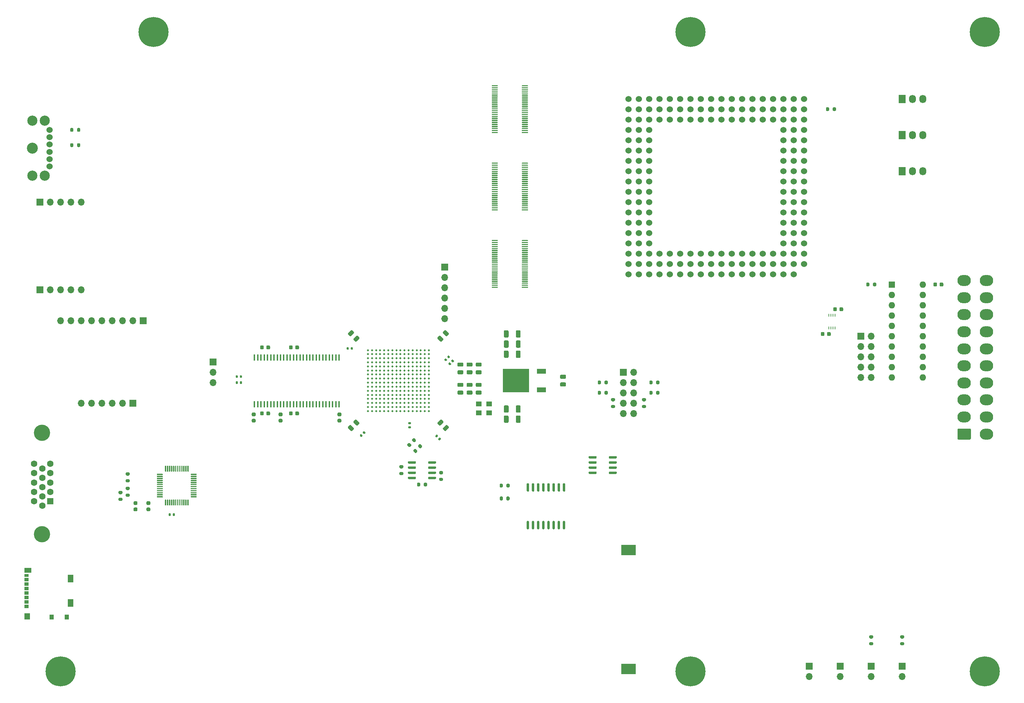
<source format=gts>
G04 #@! TF.GenerationSoftware,KiCad,Pcbnew,5.1.9*
G04 #@! TF.CreationDate,2020-12-27T07:37:23+01:00*
G04 #@! TF.ProjectId,atx040-main-pcb,61747830-3430-42d6-9d61-696e2d706362,rev?*
G04 #@! TF.SameCoordinates,Original*
G04 #@! TF.FileFunction,Soldermask,Top*
G04 #@! TF.FilePolarity,Negative*
%FSLAX46Y46*%
G04 Gerber Fmt 4.6, Leading zero omitted, Abs format (unit mm)*
G04 Created by KiCad (PCBNEW 5.1.9) date 2020-12-27 07:37:23*
%MOMM*%
%LPD*%
G01*
G04 APERTURE LIST*
%ADD10O,1.700000X1.700000*%
%ADD11R,1.700000X1.700000*%
%ADD12R,3.600000X2.600000*%
%ADD13O,1.730000X2.030000*%
%ADD14R,1.730000X2.030000*%
%ADD15C,2.700000*%
%ADD16C,2.500000*%
%ADD17C,1.524000*%
%ADD18R,1.350000X1.900000*%
%ADD19R,1.000000X1.200000*%
%ADD20R,1.350000X1.550000*%
%ADD21R,1.800000X1.170000*%
%ADD22R,1.100000X0.850000*%
%ADD23R,1.100000X0.750000*%
%ADD24C,0.500000*%
%ADD25R,0.250000X0.750000*%
%ADD26O,1.600000X1.600000*%
%ADD27R,1.600000X1.600000*%
%ADD28R,1.400000X1.200000*%
%ADD29C,4.000000*%
%ADD30C,1.600000*%
%ADD31R,0.458000X1.510000*%
%ADD32R,6.400000X5.800000*%
%ADD33R,2.200000X1.200000*%
%ADD34O,3.300000X2.700000*%
%ADD35C,0.800000*%
%ADD36C,7.400000*%
G04 APERTURE END LIST*
G36*
G01*
X241725000Y-100605000D02*
X241725000Y-100055000D01*
G75*
G02*
X241925000Y-99855000I200000J0D01*
G01*
X242325000Y-99855000D01*
G75*
G02*
X242525000Y-100055000I0J-200000D01*
G01*
X242525000Y-100605000D01*
G75*
G02*
X242325000Y-100805000I-200000J0D01*
G01*
X241925000Y-100805000D01*
G75*
G02*
X241725000Y-100605000I0J200000D01*
G01*
G37*
G36*
G01*
X240075000Y-100605000D02*
X240075000Y-100055000D01*
G75*
G02*
X240275000Y-99855000I200000J0D01*
G01*
X240675000Y-99855000D01*
G75*
G02*
X240875000Y-100055000I0J-200000D01*
G01*
X240875000Y-100605000D01*
G75*
G02*
X240675000Y-100805000I-200000J0D01*
G01*
X240275000Y-100805000D01*
G75*
G02*
X240075000Y-100605000I0J200000D01*
G01*
G37*
G36*
G01*
X241025000Y-188385000D02*
X241575000Y-188385000D01*
G75*
G02*
X241775000Y-188585000I0J-200000D01*
G01*
X241775000Y-188985000D01*
G75*
G02*
X241575000Y-189185000I-200000J0D01*
G01*
X241025000Y-189185000D01*
G75*
G02*
X240825000Y-188985000I0J200000D01*
G01*
X240825000Y-188585000D01*
G75*
G02*
X241025000Y-188385000I200000J0D01*
G01*
G37*
G36*
G01*
X241025000Y-186735000D02*
X241575000Y-186735000D01*
G75*
G02*
X241775000Y-186935000I0J-200000D01*
G01*
X241775000Y-187335000D01*
G75*
G02*
X241575000Y-187535000I-200000J0D01*
G01*
X241025000Y-187535000D01*
G75*
G02*
X240825000Y-187335000I0J200000D01*
G01*
X240825000Y-186935000D01*
G75*
G02*
X241025000Y-186735000I200000J0D01*
G01*
G37*
G36*
G01*
X248645000Y-188385000D02*
X249195000Y-188385000D01*
G75*
G02*
X249395000Y-188585000I0J-200000D01*
G01*
X249395000Y-188985000D01*
G75*
G02*
X249195000Y-189185000I-200000J0D01*
G01*
X248645000Y-189185000D01*
G75*
G02*
X248445000Y-188985000I0J200000D01*
G01*
X248445000Y-188585000D01*
G75*
G02*
X248645000Y-188385000I200000J0D01*
G01*
G37*
G36*
G01*
X248645000Y-186735000D02*
X249195000Y-186735000D01*
G75*
G02*
X249395000Y-186935000I0J-200000D01*
G01*
X249395000Y-187335000D01*
G75*
G02*
X249195000Y-187535000I-200000J0D01*
G01*
X248645000Y-187535000D01*
G75*
G02*
X248445000Y-187335000I0J200000D01*
G01*
X248445000Y-186935000D01*
G75*
G02*
X248645000Y-186735000I200000J0D01*
G01*
G37*
D10*
X241300000Y-123190000D03*
X238760000Y-123190000D03*
X241300000Y-120650000D03*
X238760000Y-120650000D03*
X241300000Y-118110000D03*
X238760000Y-118110000D03*
X241300000Y-115570000D03*
X238760000Y-115570000D03*
X241300000Y-113030000D03*
D11*
X238760000Y-113030000D03*
D10*
X241300000Y-196850000D03*
D11*
X241300000Y-194310000D03*
D10*
X233680000Y-196850000D03*
D11*
X233680000Y-194310000D03*
D10*
X248920000Y-196850000D03*
D11*
X248920000Y-194310000D03*
D10*
X226060000Y-196850000D03*
D11*
X226060000Y-194310000D03*
G36*
G01*
X173760000Y-146535000D02*
X173760000Y-146835000D01*
G75*
G02*
X173610000Y-146985000I-150000J0D01*
G01*
X171960000Y-146985000D01*
G75*
G02*
X171810000Y-146835000I0J150000D01*
G01*
X171810000Y-146535000D01*
G75*
G02*
X171960000Y-146385000I150000J0D01*
G01*
X173610000Y-146385000D01*
G75*
G02*
X173760000Y-146535000I0J-150000D01*
G01*
G37*
G36*
G01*
X173760000Y-145265000D02*
X173760000Y-145565000D01*
G75*
G02*
X173610000Y-145715000I-150000J0D01*
G01*
X171960000Y-145715000D01*
G75*
G02*
X171810000Y-145565000I0J150000D01*
G01*
X171810000Y-145265000D01*
G75*
G02*
X171960000Y-145115000I150000J0D01*
G01*
X173610000Y-145115000D01*
G75*
G02*
X173760000Y-145265000I0J-150000D01*
G01*
G37*
G36*
G01*
X173760000Y-143995000D02*
X173760000Y-144295000D01*
G75*
G02*
X173610000Y-144445000I-150000J0D01*
G01*
X171960000Y-144445000D01*
G75*
G02*
X171810000Y-144295000I0J150000D01*
G01*
X171810000Y-143995000D01*
G75*
G02*
X171960000Y-143845000I150000J0D01*
G01*
X173610000Y-143845000D01*
G75*
G02*
X173760000Y-143995000I0J-150000D01*
G01*
G37*
G36*
G01*
X173760000Y-142725000D02*
X173760000Y-143025000D01*
G75*
G02*
X173610000Y-143175000I-150000J0D01*
G01*
X171960000Y-143175000D01*
G75*
G02*
X171810000Y-143025000I0J150000D01*
G01*
X171810000Y-142725000D01*
G75*
G02*
X171960000Y-142575000I150000J0D01*
G01*
X173610000Y-142575000D01*
G75*
G02*
X173760000Y-142725000I0J-150000D01*
G01*
G37*
G36*
G01*
X178710000Y-142725000D02*
X178710000Y-143025000D01*
G75*
G02*
X178560000Y-143175000I-150000J0D01*
G01*
X176910000Y-143175000D01*
G75*
G02*
X176760000Y-143025000I0J150000D01*
G01*
X176760000Y-142725000D01*
G75*
G02*
X176910000Y-142575000I150000J0D01*
G01*
X178560000Y-142575000D01*
G75*
G02*
X178710000Y-142725000I0J-150000D01*
G01*
G37*
G36*
G01*
X178710000Y-143995000D02*
X178710000Y-144295000D01*
G75*
G02*
X178560000Y-144445000I-150000J0D01*
G01*
X176910000Y-144445000D01*
G75*
G02*
X176760000Y-144295000I0J150000D01*
G01*
X176760000Y-143995000D01*
G75*
G02*
X176910000Y-143845000I150000J0D01*
G01*
X178560000Y-143845000D01*
G75*
G02*
X178710000Y-143995000I0J-150000D01*
G01*
G37*
G36*
G01*
X178710000Y-145265000D02*
X178710000Y-145565000D01*
G75*
G02*
X178560000Y-145715000I-150000J0D01*
G01*
X176910000Y-145715000D01*
G75*
G02*
X176760000Y-145565000I0J150000D01*
G01*
X176760000Y-145265000D01*
G75*
G02*
X176910000Y-145115000I150000J0D01*
G01*
X178560000Y-145115000D01*
G75*
G02*
X178710000Y-145265000I0J-150000D01*
G01*
G37*
G36*
G01*
X178710000Y-146535000D02*
X178710000Y-146835000D01*
G75*
G02*
X178560000Y-146985000I-150000J0D01*
G01*
X176910000Y-146985000D01*
G75*
G02*
X176760000Y-146835000I0J150000D01*
G01*
X176760000Y-146535000D01*
G75*
G02*
X176910000Y-146385000I150000J0D01*
G01*
X178560000Y-146385000D01*
G75*
G02*
X178710000Y-146535000I0J-150000D01*
G01*
G37*
G36*
G01*
X156995000Y-151315000D02*
X156695000Y-151315000D01*
G75*
G02*
X156545000Y-151165000I0J150000D01*
G01*
X156545000Y-149415000D01*
G75*
G02*
X156695000Y-149265000I150000J0D01*
G01*
X156995000Y-149265000D01*
G75*
G02*
X157145000Y-149415000I0J-150000D01*
G01*
X157145000Y-151165000D01*
G75*
G02*
X156995000Y-151315000I-150000J0D01*
G01*
G37*
G36*
G01*
X158265000Y-151315000D02*
X157965000Y-151315000D01*
G75*
G02*
X157815000Y-151165000I0J150000D01*
G01*
X157815000Y-149415000D01*
G75*
G02*
X157965000Y-149265000I150000J0D01*
G01*
X158265000Y-149265000D01*
G75*
G02*
X158415000Y-149415000I0J-150000D01*
G01*
X158415000Y-151165000D01*
G75*
G02*
X158265000Y-151315000I-150000J0D01*
G01*
G37*
G36*
G01*
X159535000Y-151315000D02*
X159235000Y-151315000D01*
G75*
G02*
X159085000Y-151165000I0J150000D01*
G01*
X159085000Y-149415000D01*
G75*
G02*
X159235000Y-149265000I150000J0D01*
G01*
X159535000Y-149265000D01*
G75*
G02*
X159685000Y-149415000I0J-150000D01*
G01*
X159685000Y-151165000D01*
G75*
G02*
X159535000Y-151315000I-150000J0D01*
G01*
G37*
G36*
G01*
X160805000Y-151315000D02*
X160505000Y-151315000D01*
G75*
G02*
X160355000Y-151165000I0J150000D01*
G01*
X160355000Y-149415000D01*
G75*
G02*
X160505000Y-149265000I150000J0D01*
G01*
X160805000Y-149265000D01*
G75*
G02*
X160955000Y-149415000I0J-150000D01*
G01*
X160955000Y-151165000D01*
G75*
G02*
X160805000Y-151315000I-150000J0D01*
G01*
G37*
G36*
G01*
X162075000Y-151315000D02*
X161775000Y-151315000D01*
G75*
G02*
X161625000Y-151165000I0J150000D01*
G01*
X161625000Y-149415000D01*
G75*
G02*
X161775000Y-149265000I150000J0D01*
G01*
X162075000Y-149265000D01*
G75*
G02*
X162225000Y-149415000I0J-150000D01*
G01*
X162225000Y-151165000D01*
G75*
G02*
X162075000Y-151315000I-150000J0D01*
G01*
G37*
G36*
G01*
X163345000Y-151315000D02*
X163045000Y-151315000D01*
G75*
G02*
X162895000Y-151165000I0J150000D01*
G01*
X162895000Y-149415000D01*
G75*
G02*
X163045000Y-149265000I150000J0D01*
G01*
X163345000Y-149265000D01*
G75*
G02*
X163495000Y-149415000I0J-150000D01*
G01*
X163495000Y-151165000D01*
G75*
G02*
X163345000Y-151315000I-150000J0D01*
G01*
G37*
G36*
G01*
X164615000Y-151315000D02*
X164315000Y-151315000D01*
G75*
G02*
X164165000Y-151165000I0J150000D01*
G01*
X164165000Y-149415000D01*
G75*
G02*
X164315000Y-149265000I150000J0D01*
G01*
X164615000Y-149265000D01*
G75*
G02*
X164765000Y-149415000I0J-150000D01*
G01*
X164765000Y-151165000D01*
G75*
G02*
X164615000Y-151315000I-150000J0D01*
G01*
G37*
G36*
G01*
X165885000Y-151315000D02*
X165585000Y-151315000D01*
G75*
G02*
X165435000Y-151165000I0J150000D01*
G01*
X165435000Y-149415000D01*
G75*
G02*
X165585000Y-149265000I150000J0D01*
G01*
X165885000Y-149265000D01*
G75*
G02*
X166035000Y-149415000I0J-150000D01*
G01*
X166035000Y-151165000D01*
G75*
G02*
X165885000Y-151315000I-150000J0D01*
G01*
G37*
G36*
G01*
X165885000Y-160615000D02*
X165585000Y-160615000D01*
G75*
G02*
X165435000Y-160465000I0J150000D01*
G01*
X165435000Y-158715000D01*
G75*
G02*
X165585000Y-158565000I150000J0D01*
G01*
X165885000Y-158565000D01*
G75*
G02*
X166035000Y-158715000I0J-150000D01*
G01*
X166035000Y-160465000D01*
G75*
G02*
X165885000Y-160615000I-150000J0D01*
G01*
G37*
G36*
G01*
X164615000Y-160615000D02*
X164315000Y-160615000D01*
G75*
G02*
X164165000Y-160465000I0J150000D01*
G01*
X164165000Y-158715000D01*
G75*
G02*
X164315000Y-158565000I150000J0D01*
G01*
X164615000Y-158565000D01*
G75*
G02*
X164765000Y-158715000I0J-150000D01*
G01*
X164765000Y-160465000D01*
G75*
G02*
X164615000Y-160615000I-150000J0D01*
G01*
G37*
G36*
G01*
X163345000Y-160615000D02*
X163045000Y-160615000D01*
G75*
G02*
X162895000Y-160465000I0J150000D01*
G01*
X162895000Y-158715000D01*
G75*
G02*
X163045000Y-158565000I150000J0D01*
G01*
X163345000Y-158565000D01*
G75*
G02*
X163495000Y-158715000I0J-150000D01*
G01*
X163495000Y-160465000D01*
G75*
G02*
X163345000Y-160615000I-150000J0D01*
G01*
G37*
G36*
G01*
X162075000Y-160615000D02*
X161775000Y-160615000D01*
G75*
G02*
X161625000Y-160465000I0J150000D01*
G01*
X161625000Y-158715000D01*
G75*
G02*
X161775000Y-158565000I150000J0D01*
G01*
X162075000Y-158565000D01*
G75*
G02*
X162225000Y-158715000I0J-150000D01*
G01*
X162225000Y-160465000D01*
G75*
G02*
X162075000Y-160615000I-150000J0D01*
G01*
G37*
G36*
G01*
X160805000Y-160615000D02*
X160505000Y-160615000D01*
G75*
G02*
X160355000Y-160465000I0J150000D01*
G01*
X160355000Y-158715000D01*
G75*
G02*
X160505000Y-158565000I150000J0D01*
G01*
X160805000Y-158565000D01*
G75*
G02*
X160955000Y-158715000I0J-150000D01*
G01*
X160955000Y-160465000D01*
G75*
G02*
X160805000Y-160615000I-150000J0D01*
G01*
G37*
G36*
G01*
X159535000Y-160615000D02*
X159235000Y-160615000D01*
G75*
G02*
X159085000Y-160465000I0J150000D01*
G01*
X159085000Y-158715000D01*
G75*
G02*
X159235000Y-158565000I150000J0D01*
G01*
X159535000Y-158565000D01*
G75*
G02*
X159685000Y-158715000I0J-150000D01*
G01*
X159685000Y-160465000D01*
G75*
G02*
X159535000Y-160615000I-150000J0D01*
G01*
G37*
G36*
G01*
X158265000Y-160615000D02*
X157965000Y-160615000D01*
G75*
G02*
X157815000Y-160465000I0J150000D01*
G01*
X157815000Y-158715000D01*
G75*
G02*
X157965000Y-158565000I150000J0D01*
G01*
X158265000Y-158565000D01*
G75*
G02*
X158415000Y-158715000I0J-150000D01*
G01*
X158415000Y-160465000D01*
G75*
G02*
X158265000Y-160615000I-150000J0D01*
G01*
G37*
G36*
G01*
X156995000Y-160615000D02*
X156695000Y-160615000D01*
G75*
G02*
X156545000Y-160465000I0J150000D01*
G01*
X156545000Y-158715000D01*
G75*
G02*
X156695000Y-158565000I150000J0D01*
G01*
X156995000Y-158565000D01*
G75*
G02*
X157145000Y-158715000I0J-150000D01*
G01*
X157145000Y-160465000D01*
G75*
G02*
X156995000Y-160615000I-150000J0D01*
G01*
G37*
G36*
G01*
X151555000Y-153310000D02*
X151555000Y-152760000D01*
G75*
G02*
X151755000Y-152560000I200000J0D01*
G01*
X152155000Y-152560000D01*
G75*
G02*
X152355000Y-152760000I0J-200000D01*
G01*
X152355000Y-153310000D01*
G75*
G02*
X152155000Y-153510000I-200000J0D01*
G01*
X151755000Y-153510000D01*
G75*
G02*
X151555000Y-153310000I0J200000D01*
G01*
G37*
G36*
G01*
X149905000Y-153310000D02*
X149905000Y-152760000D01*
G75*
G02*
X150105000Y-152560000I200000J0D01*
G01*
X150505000Y-152560000D01*
G75*
G02*
X150705000Y-152760000I0J-200000D01*
G01*
X150705000Y-153310000D01*
G75*
G02*
X150505000Y-153510000I-200000J0D01*
G01*
X150105000Y-153510000D01*
G75*
G02*
X149905000Y-153310000I0J200000D01*
G01*
G37*
G36*
G01*
X151555000Y-150135000D02*
X151555000Y-149585000D01*
G75*
G02*
X151755000Y-149385000I200000J0D01*
G01*
X152155000Y-149385000D01*
G75*
G02*
X152355000Y-149585000I0J-200000D01*
G01*
X152355000Y-150135000D01*
G75*
G02*
X152155000Y-150335000I-200000J0D01*
G01*
X151755000Y-150335000D01*
G75*
G02*
X151555000Y-150135000I0J200000D01*
G01*
G37*
G36*
G01*
X149905000Y-150135000D02*
X149905000Y-149585000D01*
G75*
G02*
X150105000Y-149385000I200000J0D01*
G01*
X150505000Y-149385000D01*
G75*
G02*
X150705000Y-149585000I0J-200000D01*
G01*
X150705000Y-150135000D01*
G75*
G02*
X150505000Y-150335000I-200000J0D01*
G01*
X150105000Y-150335000D01*
G75*
G02*
X149905000Y-150135000I0J200000D01*
G01*
G37*
D12*
X181610000Y-165690000D03*
X181610000Y-194990000D03*
G36*
G01*
X187535000Y-124185000D02*
X187535000Y-124735000D01*
G75*
G02*
X187335000Y-124935000I-200000J0D01*
G01*
X186935000Y-124935000D01*
G75*
G02*
X186735000Y-124735000I0J200000D01*
G01*
X186735000Y-124185000D01*
G75*
G02*
X186935000Y-123985000I200000J0D01*
G01*
X187335000Y-123985000D01*
G75*
G02*
X187535000Y-124185000I0J-200000D01*
G01*
G37*
G36*
G01*
X189185000Y-124185000D02*
X189185000Y-124735000D01*
G75*
G02*
X188985000Y-124935000I-200000J0D01*
G01*
X188585000Y-124935000D01*
G75*
G02*
X188385000Y-124735000I0J200000D01*
G01*
X188385000Y-124185000D01*
G75*
G02*
X188585000Y-123985000I200000J0D01*
G01*
X188985000Y-123985000D01*
G75*
G02*
X189185000Y-124185000I0J-200000D01*
G01*
G37*
G36*
G01*
X185695000Y-129115000D02*
X185145000Y-129115000D01*
G75*
G02*
X184945000Y-128915000I0J200000D01*
G01*
X184945000Y-128515000D01*
G75*
G02*
X185145000Y-128315000I200000J0D01*
G01*
X185695000Y-128315000D01*
G75*
G02*
X185895000Y-128515000I0J-200000D01*
G01*
X185895000Y-128915000D01*
G75*
G02*
X185695000Y-129115000I-200000J0D01*
G01*
G37*
G36*
G01*
X185695000Y-130765000D02*
X185145000Y-130765000D01*
G75*
G02*
X184945000Y-130565000I0J200000D01*
G01*
X184945000Y-130165000D01*
G75*
G02*
X185145000Y-129965000I200000J0D01*
G01*
X185695000Y-129965000D01*
G75*
G02*
X185895000Y-130165000I0J-200000D01*
G01*
X185895000Y-130565000D01*
G75*
G02*
X185695000Y-130765000I-200000J0D01*
G01*
G37*
G36*
G01*
X187535000Y-126725000D02*
X187535000Y-127275000D01*
G75*
G02*
X187335000Y-127475000I-200000J0D01*
G01*
X186935000Y-127475000D01*
G75*
G02*
X186735000Y-127275000I0J200000D01*
G01*
X186735000Y-126725000D01*
G75*
G02*
X186935000Y-126525000I200000J0D01*
G01*
X187335000Y-126525000D01*
G75*
G02*
X187535000Y-126725000I0J-200000D01*
G01*
G37*
G36*
G01*
X189185000Y-126725000D02*
X189185000Y-127275000D01*
G75*
G02*
X188985000Y-127475000I-200000J0D01*
G01*
X188585000Y-127475000D01*
G75*
G02*
X188385000Y-127275000I0J200000D01*
G01*
X188385000Y-126725000D01*
G75*
G02*
X188585000Y-126525000I200000J0D01*
G01*
X188985000Y-126525000D01*
G75*
G02*
X189185000Y-126725000I0J-200000D01*
G01*
G37*
G36*
G01*
X175685000Y-124735000D02*
X175685000Y-124185000D01*
G75*
G02*
X175885000Y-123985000I200000J0D01*
G01*
X176285000Y-123985000D01*
G75*
G02*
X176485000Y-124185000I0J-200000D01*
G01*
X176485000Y-124735000D01*
G75*
G02*
X176285000Y-124935000I-200000J0D01*
G01*
X175885000Y-124935000D01*
G75*
G02*
X175685000Y-124735000I0J200000D01*
G01*
G37*
G36*
G01*
X174035000Y-124735000D02*
X174035000Y-124185000D01*
G75*
G02*
X174235000Y-123985000I200000J0D01*
G01*
X174635000Y-123985000D01*
G75*
G02*
X174835000Y-124185000I0J-200000D01*
G01*
X174835000Y-124735000D01*
G75*
G02*
X174635000Y-124935000I-200000J0D01*
G01*
X174235000Y-124935000D01*
G75*
G02*
X174035000Y-124735000I0J200000D01*
G01*
G37*
G36*
G01*
X178075000Y-129115000D02*
X177525000Y-129115000D01*
G75*
G02*
X177325000Y-128915000I0J200000D01*
G01*
X177325000Y-128515000D01*
G75*
G02*
X177525000Y-128315000I200000J0D01*
G01*
X178075000Y-128315000D01*
G75*
G02*
X178275000Y-128515000I0J-200000D01*
G01*
X178275000Y-128915000D01*
G75*
G02*
X178075000Y-129115000I-200000J0D01*
G01*
G37*
G36*
G01*
X178075000Y-130765000D02*
X177525000Y-130765000D01*
G75*
G02*
X177325000Y-130565000I0J200000D01*
G01*
X177325000Y-130165000D01*
G75*
G02*
X177525000Y-129965000I200000J0D01*
G01*
X178075000Y-129965000D01*
G75*
G02*
X178275000Y-130165000I0J-200000D01*
G01*
X178275000Y-130565000D01*
G75*
G02*
X178075000Y-130765000I-200000J0D01*
G01*
G37*
G36*
G01*
X175685000Y-127275000D02*
X175685000Y-126725000D01*
G75*
G02*
X175885000Y-126525000I200000J0D01*
G01*
X176285000Y-126525000D01*
G75*
G02*
X176485000Y-126725000I0J-200000D01*
G01*
X176485000Y-127275000D01*
G75*
G02*
X176285000Y-127475000I-200000J0D01*
G01*
X175885000Y-127475000D01*
G75*
G02*
X175685000Y-127275000I0J200000D01*
G01*
G37*
G36*
G01*
X174035000Y-127275000D02*
X174035000Y-126725000D01*
G75*
G02*
X174235000Y-126525000I200000J0D01*
G01*
X174635000Y-126525000D01*
G75*
G02*
X174835000Y-126725000I0J-200000D01*
G01*
X174835000Y-127275000D01*
G75*
G02*
X174635000Y-127475000I-200000J0D01*
G01*
X174235000Y-127475000D01*
G75*
G02*
X174035000Y-127275000I0J200000D01*
G01*
G37*
D10*
X182880000Y-132080000D03*
X180340000Y-132080000D03*
X182880000Y-129540000D03*
X180340000Y-129540000D03*
X182880000Y-127000000D03*
X180340000Y-127000000D03*
X182880000Y-124460000D03*
X180340000Y-124460000D03*
X182880000Y-121920000D03*
D11*
X180340000Y-121920000D03*
D13*
X254000000Y-72390000D03*
X251460000Y-72390000D03*
D14*
X248920000Y-72390000D03*
D13*
X254000000Y-63500000D03*
X251460000Y-63500000D03*
D14*
X248920000Y-63500000D03*
D13*
X254000000Y-54610000D03*
X251460000Y-54610000D03*
D14*
X248920000Y-54610000D03*
G36*
G01*
X45075000Y-61975000D02*
X45075000Y-62525000D01*
G75*
G02*
X44875000Y-62725000I-200000J0D01*
G01*
X44475000Y-62725000D01*
G75*
G02*
X44275000Y-62525000I0J200000D01*
G01*
X44275000Y-61975000D01*
G75*
G02*
X44475000Y-61775000I200000J0D01*
G01*
X44875000Y-61775000D01*
G75*
G02*
X45075000Y-61975000I0J-200000D01*
G01*
G37*
G36*
G01*
X46725000Y-61975000D02*
X46725000Y-62525000D01*
G75*
G02*
X46525000Y-62725000I-200000J0D01*
G01*
X46125000Y-62725000D01*
G75*
G02*
X45925000Y-62525000I0J200000D01*
G01*
X45925000Y-61975000D01*
G75*
G02*
X46125000Y-61775000I200000J0D01*
G01*
X46525000Y-61775000D01*
G75*
G02*
X46725000Y-61975000I0J-200000D01*
G01*
G37*
G36*
G01*
X45075000Y-65725000D02*
X45075000Y-66275000D01*
G75*
G02*
X44875000Y-66475000I-200000J0D01*
G01*
X44475000Y-66475000D01*
G75*
G02*
X44275000Y-66275000I0J200000D01*
G01*
X44275000Y-65725000D01*
G75*
G02*
X44475000Y-65525000I200000J0D01*
G01*
X44875000Y-65525000D01*
G75*
G02*
X45075000Y-65725000I0J-200000D01*
G01*
G37*
G36*
G01*
X46725000Y-65725000D02*
X46725000Y-66275000D01*
G75*
G02*
X46525000Y-66475000I-200000J0D01*
G01*
X46125000Y-66475000D01*
G75*
G02*
X45925000Y-66275000I0J200000D01*
G01*
X45925000Y-65725000D01*
G75*
G02*
X46125000Y-65525000I200000J0D01*
G01*
X46525000Y-65525000D01*
G75*
G02*
X46725000Y-65725000I0J-200000D01*
G01*
G37*
D15*
X35000000Y-66750000D03*
D16*
X35000000Y-59950000D03*
X35000000Y-73550000D03*
X38000000Y-73550000D03*
X38000000Y-59950000D03*
D17*
X39200000Y-71250000D03*
X39200000Y-69450000D03*
X39200000Y-62250000D03*
X39200000Y-64050000D03*
X39200000Y-67650000D03*
X39200000Y-65850000D03*
D10*
X46990000Y-80010000D03*
X44450000Y-80010000D03*
X41910000Y-80010000D03*
X39370000Y-80010000D03*
D11*
X36830000Y-80010000D03*
D10*
X46990000Y-101600000D03*
X44450000Y-101600000D03*
X41910000Y-101600000D03*
X39370000Y-101600000D03*
D11*
X36830000Y-101600000D03*
D10*
X41910000Y-109220000D03*
X44450000Y-109220000D03*
X46990000Y-109220000D03*
X49530000Y-109220000D03*
X52070000Y-109220000D03*
X54610000Y-109220000D03*
X57150000Y-109220000D03*
X59690000Y-109220000D03*
D11*
X62230000Y-109220000D03*
D10*
X46990000Y-129540000D03*
X49530000Y-129540000D03*
X52070000Y-129540000D03*
X54610000Y-129540000D03*
X57150000Y-129540000D03*
D11*
X59690000Y-129540000D03*
D18*
X44375000Y-172770000D03*
X44375000Y-178740000D03*
D19*
X39700000Y-182240000D03*
X43400000Y-182240000D03*
D20*
X33675000Y-182065000D03*
D21*
X33900000Y-170745000D03*
D22*
X33550000Y-173005000D03*
X33550000Y-174105000D03*
X33550000Y-175205000D03*
X33550000Y-176305000D03*
X33550000Y-177405000D03*
X33550000Y-178505000D03*
D23*
X33550000Y-171955000D03*
D22*
X33550000Y-179605000D03*
D24*
X132500000Y-131500000D03*
X131500000Y-131500000D03*
X130500000Y-131500000D03*
X129500000Y-131500000D03*
X128500000Y-131500000D03*
X127500000Y-131500000D03*
X126500000Y-131500000D03*
X125500000Y-131500000D03*
X124500000Y-131500000D03*
X123500000Y-131500000D03*
X122500000Y-131500000D03*
X121500000Y-131500000D03*
X120500000Y-131500000D03*
X119500000Y-131500000D03*
X118500000Y-131500000D03*
X117500000Y-131500000D03*
X132500000Y-130500000D03*
X131500000Y-130500000D03*
X130500000Y-130500000D03*
X129500000Y-130500000D03*
X128500000Y-130500000D03*
X127500000Y-130500000D03*
X126500000Y-130500000D03*
X125500000Y-130500000D03*
X124500000Y-130500000D03*
X123500000Y-130500000D03*
X122500000Y-130500000D03*
X121500000Y-130500000D03*
X120500000Y-130500000D03*
X119500000Y-130500000D03*
X118500000Y-130500000D03*
X117500000Y-130500000D03*
X132500000Y-129500000D03*
X131500000Y-129500000D03*
X130500000Y-129500000D03*
X129500000Y-129500000D03*
X128500000Y-129500000D03*
X127500000Y-129500000D03*
X126500000Y-129500000D03*
X125500000Y-129500000D03*
X124500000Y-129500000D03*
X123500000Y-129500000D03*
X122500000Y-129500000D03*
X121500000Y-129500000D03*
X120500000Y-129500000D03*
X119500000Y-129500000D03*
X118500000Y-129500000D03*
X117500000Y-129500000D03*
X132500000Y-128500000D03*
X131500000Y-128500000D03*
X130500000Y-128500000D03*
X129500000Y-128500000D03*
X128500000Y-128500000D03*
X127500000Y-128500000D03*
X126500000Y-128500000D03*
X125500000Y-128500000D03*
X124500000Y-128500000D03*
X123500000Y-128500000D03*
X122500000Y-128500000D03*
X121500000Y-128500000D03*
X120500000Y-128500000D03*
X119500000Y-128500000D03*
X118500000Y-128500000D03*
X117500000Y-128500000D03*
X132500000Y-127500000D03*
X131500000Y-127500000D03*
X130500000Y-127500000D03*
X129500000Y-127500000D03*
X128500000Y-127500000D03*
X127500000Y-127500000D03*
X126500000Y-127500000D03*
X125500000Y-127500000D03*
X124500000Y-127500000D03*
X123500000Y-127500000D03*
X122500000Y-127500000D03*
X121500000Y-127500000D03*
X120500000Y-127500000D03*
X119500000Y-127500000D03*
X118500000Y-127500000D03*
X117500000Y-127500000D03*
X132500000Y-126500000D03*
X131500000Y-126500000D03*
X130500000Y-126500000D03*
X129500000Y-126500000D03*
X128500000Y-126500000D03*
X127500000Y-126500000D03*
X126500000Y-126500000D03*
X125500000Y-126500000D03*
X124500000Y-126500000D03*
X123500000Y-126500000D03*
X122500000Y-126500000D03*
X121500000Y-126500000D03*
X120500000Y-126500000D03*
X119500000Y-126500000D03*
X118500000Y-126500000D03*
X117500000Y-126500000D03*
X132500000Y-125500000D03*
X131500000Y-125500000D03*
X130500000Y-125500000D03*
X129500000Y-125500000D03*
X128500000Y-125500000D03*
X127500000Y-125500000D03*
X126500000Y-125500000D03*
X125500000Y-125500000D03*
X124500000Y-125500000D03*
X123500000Y-125500000D03*
X122500000Y-125500000D03*
X121500000Y-125500000D03*
X120500000Y-125500000D03*
X119500000Y-125500000D03*
X118500000Y-125500000D03*
X117500000Y-125500000D03*
X132500000Y-124500000D03*
X131500000Y-124500000D03*
X130500000Y-124500000D03*
X129500000Y-124500000D03*
X128500000Y-124500000D03*
X127500000Y-124500000D03*
X126500000Y-124500000D03*
X125500000Y-124500000D03*
X124500000Y-124500000D03*
X123500000Y-124500000D03*
X122500000Y-124500000D03*
X121500000Y-124500000D03*
X120500000Y-124500000D03*
X119500000Y-124500000D03*
X118500000Y-124500000D03*
X117500000Y-124500000D03*
X132500000Y-123500000D03*
X131500000Y-123500000D03*
X130500000Y-123500000D03*
X129500000Y-123500000D03*
X128500000Y-123500000D03*
X127500000Y-123500000D03*
X126500000Y-123500000D03*
X125500000Y-123500000D03*
X124500000Y-123500000D03*
X123500000Y-123500000D03*
X122500000Y-123500000D03*
X121500000Y-123500000D03*
X120500000Y-123500000D03*
X119500000Y-123500000D03*
X118500000Y-123500000D03*
X117500000Y-123500000D03*
X132500000Y-122500000D03*
X131500000Y-122500000D03*
X130500000Y-122500000D03*
X129500000Y-122500000D03*
X128500000Y-122500000D03*
X127500000Y-122500000D03*
X126500000Y-122500000D03*
X125500000Y-122500000D03*
X124500000Y-122500000D03*
X123500000Y-122500000D03*
X122500000Y-122500000D03*
X121500000Y-122500000D03*
X120500000Y-122500000D03*
X119500000Y-122500000D03*
X118500000Y-122500000D03*
X117500000Y-122500000D03*
X132500000Y-121500000D03*
X131500000Y-121500000D03*
X130500000Y-121500000D03*
X129500000Y-121500000D03*
X128500000Y-121500000D03*
X127500000Y-121500000D03*
X126500000Y-121500000D03*
X125500000Y-121500000D03*
X124500000Y-121500000D03*
X123500000Y-121500000D03*
X122500000Y-121500000D03*
X121500000Y-121500000D03*
X120500000Y-121500000D03*
X119500000Y-121500000D03*
X118500000Y-121500000D03*
X117500000Y-121500000D03*
X132500000Y-120500000D03*
X131500000Y-120500000D03*
X130500000Y-120500000D03*
X129500000Y-120500000D03*
X128500000Y-120500000D03*
X127500000Y-120500000D03*
X126500000Y-120500000D03*
X125500000Y-120500000D03*
X124500000Y-120500000D03*
X123500000Y-120500000D03*
X122500000Y-120500000D03*
X121500000Y-120500000D03*
X120500000Y-120500000D03*
X119500000Y-120500000D03*
X118500000Y-120500000D03*
X117500000Y-120500000D03*
X132500000Y-119500000D03*
X131500000Y-119500000D03*
X130500000Y-119500000D03*
X129500000Y-119500000D03*
X128500000Y-119500000D03*
X127500000Y-119500000D03*
X126500000Y-119500000D03*
X125500000Y-119500000D03*
X124500000Y-119500000D03*
X123500000Y-119500000D03*
X122500000Y-119500000D03*
X121500000Y-119500000D03*
X120500000Y-119500000D03*
X119500000Y-119500000D03*
X118500000Y-119500000D03*
X117500000Y-119500000D03*
X132500000Y-118500000D03*
X131500000Y-118500000D03*
X130500000Y-118500000D03*
X129500000Y-118500000D03*
X128500000Y-118500000D03*
X127500000Y-118500000D03*
X126500000Y-118500000D03*
X125500000Y-118500000D03*
X124500000Y-118500000D03*
X123500000Y-118500000D03*
X122500000Y-118500000D03*
X121500000Y-118500000D03*
X120500000Y-118500000D03*
X119500000Y-118500000D03*
X118500000Y-118500000D03*
X117500000Y-118500000D03*
X132500000Y-117500000D03*
X131500000Y-117500000D03*
X130500000Y-117500000D03*
X129500000Y-117500000D03*
X128500000Y-117500000D03*
X127500000Y-117500000D03*
X126500000Y-117500000D03*
X125500000Y-117500000D03*
X124500000Y-117500000D03*
X123500000Y-117500000D03*
X122500000Y-117500000D03*
X121500000Y-117500000D03*
X120500000Y-117500000D03*
X119500000Y-117500000D03*
X118500000Y-117500000D03*
X117500000Y-117500000D03*
X132500000Y-116500000D03*
X131500000Y-116500000D03*
X130500000Y-116500000D03*
X129500000Y-116500000D03*
X128500000Y-116500000D03*
X127500000Y-116500000D03*
X126500000Y-116500000D03*
X125500000Y-116500000D03*
X124500000Y-116500000D03*
X123500000Y-116500000D03*
X122500000Y-116500000D03*
X121500000Y-116500000D03*
X120500000Y-116500000D03*
X119500000Y-116500000D03*
X118500000Y-116500000D03*
X117500000Y-116500000D03*
G36*
G01*
X127935000Y-134760000D02*
X127565000Y-134760000D01*
G75*
G02*
X127430000Y-134625000I0J135000D01*
G01*
X127430000Y-134355000D01*
G75*
G02*
X127565000Y-134220000I135000J0D01*
G01*
X127935000Y-134220000D01*
G75*
G02*
X128070000Y-134355000I0J-135000D01*
G01*
X128070000Y-134625000D01*
G75*
G02*
X127935000Y-134760000I-135000J0D01*
G01*
G37*
G36*
G01*
X127935000Y-135780000D02*
X127565000Y-135780000D01*
G75*
G02*
X127430000Y-135645000I0J135000D01*
G01*
X127430000Y-135375000D01*
G75*
G02*
X127565000Y-135240000I135000J0D01*
G01*
X127935000Y-135240000D01*
G75*
G02*
X128070000Y-135375000I0J-135000D01*
G01*
X128070000Y-135645000D01*
G75*
G02*
X127935000Y-135780000I-135000J0D01*
G01*
G37*
G36*
G01*
X134711109Y-137699480D02*
X134449480Y-137961109D01*
G75*
G02*
X134258562Y-137961109I-95459J95459D01*
G01*
X134067643Y-137770190D01*
G75*
G02*
X134067643Y-137579272I95459J95459D01*
G01*
X134329272Y-137317643D01*
G75*
G02*
X134520190Y-137317643I95459J-95459D01*
G01*
X134711109Y-137508562D01*
G75*
G02*
X134711109Y-137699480I-95459J-95459D01*
G01*
G37*
G36*
G01*
X135432357Y-138420728D02*
X135170728Y-138682357D01*
G75*
G02*
X134979810Y-138682357I-95459J95459D01*
G01*
X134788891Y-138491438D01*
G75*
G02*
X134788891Y-138300520I95459J95459D01*
G01*
X135050520Y-138038891D01*
G75*
G02*
X135241438Y-138038891I95459J-95459D01*
G01*
X135432357Y-138229810D01*
G75*
G02*
X135432357Y-138420728I-95459J-95459D01*
G01*
G37*
G36*
G01*
X229799000Y-112272000D02*
X229799000Y-112772000D01*
G75*
G02*
X229574000Y-112997000I-225000J0D01*
G01*
X229124000Y-112997000D01*
G75*
G02*
X228899000Y-112772000I0J225000D01*
G01*
X228899000Y-112272000D01*
G75*
G02*
X229124000Y-112047000I225000J0D01*
G01*
X229574000Y-112047000D01*
G75*
G02*
X229799000Y-112272000I0J-225000D01*
G01*
G37*
G36*
G01*
X231349000Y-112272000D02*
X231349000Y-112772000D01*
G75*
G02*
X231124000Y-112997000I-225000J0D01*
G01*
X230674000Y-112997000D01*
G75*
G02*
X230449000Y-112772000I0J225000D01*
G01*
X230449000Y-112272000D01*
G75*
G02*
X230674000Y-112047000I225000J0D01*
G01*
X231124000Y-112047000D01*
G75*
G02*
X231349000Y-112272000I0J-225000D01*
G01*
G37*
G36*
G01*
X233497000Y-106676000D02*
X233497000Y-106176000D01*
G75*
G02*
X233722000Y-105951000I225000J0D01*
G01*
X234172000Y-105951000D01*
G75*
G02*
X234397000Y-106176000I0J-225000D01*
G01*
X234397000Y-106676000D01*
G75*
G02*
X234172000Y-106901000I-225000J0D01*
G01*
X233722000Y-106901000D01*
G75*
G02*
X233497000Y-106676000I0J225000D01*
G01*
G37*
G36*
G01*
X231947000Y-106676000D02*
X231947000Y-106176000D01*
G75*
G02*
X232172000Y-105951000I225000J0D01*
G01*
X232622000Y-105951000D01*
G75*
G02*
X232847000Y-106176000I0J-225000D01*
G01*
X232847000Y-106676000D01*
G75*
G02*
X232622000Y-106901000I-225000J0D01*
G01*
X232172000Y-106901000D01*
G75*
G02*
X231947000Y-106676000I0J225000D01*
G01*
G37*
G36*
G01*
X258135000Y-100580000D02*
X258135000Y-100080000D01*
G75*
G02*
X258360000Y-99855000I225000J0D01*
G01*
X258810000Y-99855000D01*
G75*
G02*
X259035000Y-100080000I0J-225000D01*
G01*
X259035000Y-100580000D01*
G75*
G02*
X258810000Y-100805000I-225000J0D01*
G01*
X258360000Y-100805000D01*
G75*
G02*
X258135000Y-100580000I0J225000D01*
G01*
G37*
G36*
G01*
X256585000Y-100580000D02*
X256585000Y-100080000D01*
G75*
G02*
X256810000Y-99855000I225000J0D01*
G01*
X257260000Y-99855000D01*
G75*
G02*
X257485000Y-100080000I0J-225000D01*
G01*
X257485000Y-100580000D01*
G75*
G02*
X257260000Y-100805000I-225000J0D01*
G01*
X256810000Y-100805000D01*
G75*
G02*
X256585000Y-100580000I0J225000D01*
G01*
G37*
G36*
G01*
X110240000Y-133421000D02*
X110740000Y-133421000D01*
G75*
G02*
X110965000Y-133646000I0J-225000D01*
G01*
X110965000Y-134096000D01*
G75*
G02*
X110740000Y-134321000I-225000J0D01*
G01*
X110240000Y-134321000D01*
G75*
G02*
X110015000Y-134096000I0J225000D01*
G01*
X110015000Y-133646000D01*
G75*
G02*
X110240000Y-133421000I225000J0D01*
G01*
G37*
G36*
G01*
X110240000Y-131871000D02*
X110740000Y-131871000D01*
G75*
G02*
X110965000Y-132096000I0J-225000D01*
G01*
X110965000Y-132546000D01*
G75*
G02*
X110740000Y-132771000I-225000J0D01*
G01*
X110240000Y-132771000D01*
G75*
G02*
X110015000Y-132546000I0J225000D01*
G01*
X110015000Y-132096000D01*
G75*
G02*
X110240000Y-131871000I225000J0D01*
G01*
G37*
G36*
G01*
X95762000Y-133421000D02*
X96262000Y-133421000D01*
G75*
G02*
X96487000Y-133646000I0J-225000D01*
G01*
X96487000Y-134096000D01*
G75*
G02*
X96262000Y-134321000I-225000J0D01*
G01*
X95762000Y-134321000D01*
G75*
G02*
X95537000Y-134096000I0J225000D01*
G01*
X95537000Y-133646000D01*
G75*
G02*
X95762000Y-133421000I225000J0D01*
G01*
G37*
G36*
G01*
X95762000Y-131871000D02*
X96262000Y-131871000D01*
G75*
G02*
X96487000Y-132096000I0J-225000D01*
G01*
X96487000Y-132546000D01*
G75*
G02*
X96262000Y-132771000I-225000J0D01*
G01*
X95762000Y-132771000D01*
G75*
G02*
X95537000Y-132546000I0J225000D01*
G01*
X95537000Y-132096000D01*
G75*
G02*
X95762000Y-131871000I225000J0D01*
G01*
G37*
G36*
G01*
X89158000Y-133421000D02*
X89658000Y-133421000D01*
G75*
G02*
X89883000Y-133646000I0J-225000D01*
G01*
X89883000Y-134096000D01*
G75*
G02*
X89658000Y-134321000I-225000J0D01*
G01*
X89158000Y-134321000D01*
G75*
G02*
X88933000Y-134096000I0J225000D01*
G01*
X88933000Y-133646000D01*
G75*
G02*
X89158000Y-133421000I225000J0D01*
G01*
G37*
G36*
G01*
X89158000Y-131871000D02*
X89658000Y-131871000D01*
G75*
G02*
X89883000Y-132096000I0J-225000D01*
G01*
X89883000Y-132546000D01*
G75*
G02*
X89658000Y-132771000I-225000J0D01*
G01*
X89158000Y-132771000D01*
G75*
G02*
X88933000Y-132546000I0J225000D01*
G01*
X88933000Y-132096000D01*
G75*
G02*
X89158000Y-131871000I225000J0D01*
G01*
G37*
G36*
G01*
X99639000Y-116074000D02*
X99639000Y-115574000D01*
G75*
G02*
X99864000Y-115349000I225000J0D01*
G01*
X100314000Y-115349000D01*
G75*
G02*
X100539000Y-115574000I0J-225000D01*
G01*
X100539000Y-116074000D01*
G75*
G02*
X100314000Y-116299000I-225000J0D01*
G01*
X99864000Y-116299000D01*
G75*
G02*
X99639000Y-116074000I0J225000D01*
G01*
G37*
G36*
G01*
X98089000Y-116074000D02*
X98089000Y-115574000D01*
G75*
G02*
X98314000Y-115349000I225000J0D01*
G01*
X98764000Y-115349000D01*
G75*
G02*
X98989000Y-115574000I0J-225000D01*
G01*
X98989000Y-116074000D01*
G75*
G02*
X98764000Y-116299000I-225000J0D01*
G01*
X98314000Y-116299000D01*
G75*
G02*
X98089000Y-116074000I0J225000D01*
G01*
G37*
G36*
G01*
X91877000Y-115574000D02*
X91877000Y-116074000D01*
G75*
G02*
X91652000Y-116299000I-225000J0D01*
G01*
X91202000Y-116299000D01*
G75*
G02*
X90977000Y-116074000I0J225000D01*
G01*
X90977000Y-115574000D01*
G75*
G02*
X91202000Y-115349000I225000J0D01*
G01*
X91652000Y-115349000D01*
G75*
G02*
X91877000Y-115574000I0J-225000D01*
G01*
G37*
G36*
G01*
X93427000Y-115574000D02*
X93427000Y-116074000D01*
G75*
G02*
X93202000Y-116299000I-225000J0D01*
G01*
X92752000Y-116299000D01*
G75*
G02*
X92527000Y-116074000I0J225000D01*
G01*
X92527000Y-115574000D01*
G75*
G02*
X92752000Y-115349000I225000J0D01*
G01*
X93202000Y-115349000D01*
G75*
G02*
X93427000Y-115574000I0J-225000D01*
G01*
G37*
G36*
G01*
X92527000Y-132330000D02*
X92527000Y-131830000D01*
G75*
G02*
X92752000Y-131605000I225000J0D01*
G01*
X93202000Y-131605000D01*
G75*
G02*
X93427000Y-131830000I0J-225000D01*
G01*
X93427000Y-132330000D01*
G75*
G02*
X93202000Y-132555000I-225000J0D01*
G01*
X92752000Y-132555000D01*
G75*
G02*
X92527000Y-132330000I0J225000D01*
G01*
G37*
G36*
G01*
X90977000Y-132330000D02*
X90977000Y-131830000D01*
G75*
G02*
X91202000Y-131605000I225000J0D01*
G01*
X91652000Y-131605000D01*
G75*
G02*
X91877000Y-131830000I0J-225000D01*
G01*
X91877000Y-132330000D01*
G75*
G02*
X91652000Y-132555000I-225000J0D01*
G01*
X91202000Y-132555000D01*
G75*
G02*
X90977000Y-132330000I0J225000D01*
G01*
G37*
G36*
G01*
X98989000Y-131830000D02*
X98989000Y-132330000D01*
G75*
G02*
X98764000Y-132555000I-225000J0D01*
G01*
X98314000Y-132555000D01*
G75*
G02*
X98089000Y-132330000I0J225000D01*
G01*
X98089000Y-131830000D01*
G75*
G02*
X98314000Y-131605000I225000J0D01*
G01*
X98764000Y-131605000D01*
G75*
G02*
X98989000Y-131830000I0J-225000D01*
G01*
G37*
G36*
G01*
X100539000Y-131830000D02*
X100539000Y-132330000D01*
G75*
G02*
X100314000Y-132555000I-225000J0D01*
G01*
X99864000Y-132555000D01*
G75*
G02*
X99639000Y-132330000I0J225000D01*
G01*
X99639000Y-131830000D01*
G75*
G02*
X99864000Y-131605000I225000J0D01*
G01*
X100314000Y-131605000D01*
G75*
G02*
X100539000Y-131830000I0J-225000D01*
G01*
G37*
D25*
X230898000Y-107924000D03*
X231398000Y-107924000D03*
X231898000Y-107924000D03*
X232398000Y-107924000D03*
X232398000Y-111024000D03*
X231898000Y-111024000D03*
X231398000Y-111024000D03*
X230898000Y-111024000D03*
D26*
X254000000Y-100330000D03*
X246380000Y-123190000D03*
X254000000Y-102870000D03*
X246380000Y-120650000D03*
X254000000Y-105410000D03*
X246380000Y-118110000D03*
X254000000Y-107950000D03*
X246380000Y-115570000D03*
X254000000Y-110490000D03*
X246380000Y-113030000D03*
X254000000Y-113030000D03*
X246380000Y-110490000D03*
X254000000Y-115570000D03*
X246380000Y-107950000D03*
X254000000Y-118110000D03*
X246380000Y-105410000D03*
X254000000Y-120650000D03*
X246380000Y-102870000D03*
X254000000Y-123190000D03*
D27*
X246380000Y-100330000D03*
G36*
G01*
X58695000Y-147403000D02*
X58145000Y-147403000D01*
G75*
G02*
X57945000Y-147203000I0J200000D01*
G01*
X57945000Y-146803000D01*
G75*
G02*
X58145000Y-146603000I200000J0D01*
G01*
X58695000Y-146603000D01*
G75*
G02*
X58895000Y-146803000I0J-200000D01*
G01*
X58895000Y-147203000D01*
G75*
G02*
X58695000Y-147403000I-200000J0D01*
G01*
G37*
G36*
G01*
X58695000Y-149053000D02*
X58145000Y-149053000D01*
G75*
G02*
X57945000Y-148853000I0J200000D01*
G01*
X57945000Y-148453000D01*
G75*
G02*
X58145000Y-148253000I200000J0D01*
G01*
X58695000Y-148253000D01*
G75*
G02*
X58895000Y-148453000I0J-200000D01*
G01*
X58895000Y-148853000D01*
G75*
G02*
X58695000Y-149053000I-200000J0D01*
G01*
G37*
G36*
G01*
X58145000Y-151809000D02*
X58695000Y-151809000D01*
G75*
G02*
X58895000Y-152009000I0J-200000D01*
G01*
X58895000Y-152409000D01*
G75*
G02*
X58695000Y-152609000I-200000J0D01*
G01*
X58145000Y-152609000D01*
G75*
G02*
X57945000Y-152409000I0J200000D01*
G01*
X57945000Y-152009000D01*
G75*
G02*
X58145000Y-151809000I200000J0D01*
G01*
G37*
G36*
G01*
X58145000Y-150159000D02*
X58695000Y-150159000D01*
G75*
G02*
X58895000Y-150359000I0J-200000D01*
G01*
X58895000Y-150759000D01*
G75*
G02*
X58695000Y-150959000I-200000J0D01*
G01*
X58145000Y-150959000D01*
G75*
G02*
X57945000Y-150759000I0J200000D01*
G01*
X57945000Y-150359000D01*
G75*
G02*
X58145000Y-150159000I200000J0D01*
G01*
G37*
G36*
G01*
X56367000Y-152825000D02*
X56917000Y-152825000D01*
G75*
G02*
X57117000Y-153025000I0J-200000D01*
G01*
X57117000Y-153425000D01*
G75*
G02*
X56917000Y-153625000I-200000J0D01*
G01*
X56367000Y-153625000D01*
G75*
G02*
X56167000Y-153425000I0J200000D01*
G01*
X56167000Y-153025000D01*
G75*
G02*
X56367000Y-152825000I200000J0D01*
G01*
G37*
G36*
G01*
X56367000Y-151175000D02*
X56917000Y-151175000D01*
G75*
G02*
X57117000Y-151375000I0J-200000D01*
G01*
X57117000Y-151775000D01*
G75*
G02*
X56917000Y-151975000I-200000J0D01*
G01*
X56367000Y-151975000D01*
G75*
G02*
X56167000Y-151775000I0J200000D01*
G01*
X56167000Y-151375000D01*
G75*
G02*
X56367000Y-151175000I200000J0D01*
G01*
G37*
D28*
X147320000Y-131910000D03*
X144780000Y-131910000D03*
X144780000Y-129710000D03*
X147320000Y-129710000D03*
G36*
G01*
X116505520Y-137121109D02*
X116243891Y-136859480D01*
G75*
G02*
X116243891Y-136668562I95459J95459D01*
G01*
X116434810Y-136477643D01*
G75*
G02*
X116625728Y-136477643I95459J-95459D01*
G01*
X116887357Y-136739272D01*
G75*
G02*
X116887357Y-136930190I-95459J-95459D01*
G01*
X116696438Y-137121109D01*
G75*
G02*
X116505520Y-137121109I-95459J95459D01*
G01*
G37*
G36*
G01*
X115784272Y-137842357D02*
X115522643Y-137580728D01*
G75*
G02*
X115522643Y-137389810I95459J95459D01*
G01*
X115713562Y-137198891D01*
G75*
G02*
X115904480Y-137198891I95459J-95459D01*
G01*
X116166109Y-137460520D01*
G75*
G02*
X116166109Y-137651438I-95459J-95459D01*
G01*
X115975190Y-137842357D01*
G75*
G02*
X115784272Y-137842357I-95459J95459D01*
G01*
G37*
G36*
G01*
X73385000Y-153360000D02*
X73385000Y-154685000D01*
G75*
G02*
X73310000Y-154760000I-75000J0D01*
G01*
X73160000Y-154760000D01*
G75*
G02*
X73085000Y-154685000I0J75000D01*
G01*
X73085000Y-153360000D01*
G75*
G02*
X73160000Y-153285000I75000J0D01*
G01*
X73310000Y-153285000D01*
G75*
G02*
X73385000Y-153360000I0J-75000D01*
G01*
G37*
G36*
G01*
X72885000Y-153360000D02*
X72885000Y-154685000D01*
G75*
G02*
X72810000Y-154760000I-75000J0D01*
G01*
X72660000Y-154760000D01*
G75*
G02*
X72585000Y-154685000I0J75000D01*
G01*
X72585000Y-153360000D01*
G75*
G02*
X72660000Y-153285000I75000J0D01*
G01*
X72810000Y-153285000D01*
G75*
G02*
X72885000Y-153360000I0J-75000D01*
G01*
G37*
G36*
G01*
X72385000Y-153360000D02*
X72385000Y-154685000D01*
G75*
G02*
X72310000Y-154760000I-75000J0D01*
G01*
X72160000Y-154760000D01*
G75*
G02*
X72085000Y-154685000I0J75000D01*
G01*
X72085000Y-153360000D01*
G75*
G02*
X72160000Y-153285000I75000J0D01*
G01*
X72310000Y-153285000D01*
G75*
G02*
X72385000Y-153360000I0J-75000D01*
G01*
G37*
G36*
G01*
X71885000Y-153360000D02*
X71885000Y-154685000D01*
G75*
G02*
X71810000Y-154760000I-75000J0D01*
G01*
X71660000Y-154760000D01*
G75*
G02*
X71585000Y-154685000I0J75000D01*
G01*
X71585000Y-153360000D01*
G75*
G02*
X71660000Y-153285000I75000J0D01*
G01*
X71810000Y-153285000D01*
G75*
G02*
X71885000Y-153360000I0J-75000D01*
G01*
G37*
G36*
G01*
X71385000Y-153360000D02*
X71385000Y-154685000D01*
G75*
G02*
X71310000Y-154760000I-75000J0D01*
G01*
X71160000Y-154760000D01*
G75*
G02*
X71085000Y-154685000I0J75000D01*
G01*
X71085000Y-153360000D01*
G75*
G02*
X71160000Y-153285000I75000J0D01*
G01*
X71310000Y-153285000D01*
G75*
G02*
X71385000Y-153360000I0J-75000D01*
G01*
G37*
G36*
G01*
X70885000Y-153360000D02*
X70885000Y-154685000D01*
G75*
G02*
X70810000Y-154760000I-75000J0D01*
G01*
X70660000Y-154760000D01*
G75*
G02*
X70585000Y-154685000I0J75000D01*
G01*
X70585000Y-153360000D01*
G75*
G02*
X70660000Y-153285000I75000J0D01*
G01*
X70810000Y-153285000D01*
G75*
G02*
X70885000Y-153360000I0J-75000D01*
G01*
G37*
G36*
G01*
X70385000Y-153360000D02*
X70385000Y-154685000D01*
G75*
G02*
X70310000Y-154760000I-75000J0D01*
G01*
X70160000Y-154760000D01*
G75*
G02*
X70085000Y-154685000I0J75000D01*
G01*
X70085000Y-153360000D01*
G75*
G02*
X70160000Y-153285000I75000J0D01*
G01*
X70310000Y-153285000D01*
G75*
G02*
X70385000Y-153360000I0J-75000D01*
G01*
G37*
G36*
G01*
X69885000Y-153360000D02*
X69885000Y-154685000D01*
G75*
G02*
X69810000Y-154760000I-75000J0D01*
G01*
X69660000Y-154760000D01*
G75*
G02*
X69585000Y-154685000I0J75000D01*
G01*
X69585000Y-153360000D01*
G75*
G02*
X69660000Y-153285000I75000J0D01*
G01*
X69810000Y-153285000D01*
G75*
G02*
X69885000Y-153360000I0J-75000D01*
G01*
G37*
G36*
G01*
X69385000Y-153360000D02*
X69385000Y-154685000D01*
G75*
G02*
X69310000Y-154760000I-75000J0D01*
G01*
X69160000Y-154760000D01*
G75*
G02*
X69085000Y-154685000I0J75000D01*
G01*
X69085000Y-153360000D01*
G75*
G02*
X69160000Y-153285000I75000J0D01*
G01*
X69310000Y-153285000D01*
G75*
G02*
X69385000Y-153360000I0J-75000D01*
G01*
G37*
G36*
G01*
X68885000Y-153360000D02*
X68885000Y-154685000D01*
G75*
G02*
X68810000Y-154760000I-75000J0D01*
G01*
X68660000Y-154760000D01*
G75*
G02*
X68585000Y-154685000I0J75000D01*
G01*
X68585000Y-153360000D01*
G75*
G02*
X68660000Y-153285000I75000J0D01*
G01*
X68810000Y-153285000D01*
G75*
G02*
X68885000Y-153360000I0J-75000D01*
G01*
G37*
G36*
G01*
X68385000Y-153360000D02*
X68385000Y-154685000D01*
G75*
G02*
X68310000Y-154760000I-75000J0D01*
G01*
X68160000Y-154760000D01*
G75*
G02*
X68085000Y-154685000I0J75000D01*
G01*
X68085000Y-153360000D01*
G75*
G02*
X68160000Y-153285000I75000J0D01*
G01*
X68310000Y-153285000D01*
G75*
G02*
X68385000Y-153360000I0J-75000D01*
G01*
G37*
G36*
G01*
X67885000Y-153360000D02*
X67885000Y-154685000D01*
G75*
G02*
X67810000Y-154760000I-75000J0D01*
G01*
X67660000Y-154760000D01*
G75*
G02*
X67585000Y-154685000I0J75000D01*
G01*
X67585000Y-153360000D01*
G75*
G02*
X67660000Y-153285000I75000J0D01*
G01*
X67810000Y-153285000D01*
G75*
G02*
X67885000Y-153360000I0J-75000D01*
G01*
G37*
G36*
G01*
X67060000Y-152535000D02*
X67060000Y-152685000D01*
G75*
G02*
X66985000Y-152760000I-75000J0D01*
G01*
X65660000Y-152760000D01*
G75*
G02*
X65585000Y-152685000I0J75000D01*
G01*
X65585000Y-152535000D01*
G75*
G02*
X65660000Y-152460000I75000J0D01*
G01*
X66985000Y-152460000D01*
G75*
G02*
X67060000Y-152535000I0J-75000D01*
G01*
G37*
G36*
G01*
X67060000Y-152035000D02*
X67060000Y-152185000D01*
G75*
G02*
X66985000Y-152260000I-75000J0D01*
G01*
X65660000Y-152260000D01*
G75*
G02*
X65585000Y-152185000I0J75000D01*
G01*
X65585000Y-152035000D01*
G75*
G02*
X65660000Y-151960000I75000J0D01*
G01*
X66985000Y-151960000D01*
G75*
G02*
X67060000Y-152035000I0J-75000D01*
G01*
G37*
G36*
G01*
X67060000Y-151535000D02*
X67060000Y-151685000D01*
G75*
G02*
X66985000Y-151760000I-75000J0D01*
G01*
X65660000Y-151760000D01*
G75*
G02*
X65585000Y-151685000I0J75000D01*
G01*
X65585000Y-151535000D01*
G75*
G02*
X65660000Y-151460000I75000J0D01*
G01*
X66985000Y-151460000D01*
G75*
G02*
X67060000Y-151535000I0J-75000D01*
G01*
G37*
G36*
G01*
X67060000Y-151035000D02*
X67060000Y-151185000D01*
G75*
G02*
X66985000Y-151260000I-75000J0D01*
G01*
X65660000Y-151260000D01*
G75*
G02*
X65585000Y-151185000I0J75000D01*
G01*
X65585000Y-151035000D01*
G75*
G02*
X65660000Y-150960000I75000J0D01*
G01*
X66985000Y-150960000D01*
G75*
G02*
X67060000Y-151035000I0J-75000D01*
G01*
G37*
G36*
G01*
X67060000Y-150535000D02*
X67060000Y-150685000D01*
G75*
G02*
X66985000Y-150760000I-75000J0D01*
G01*
X65660000Y-150760000D01*
G75*
G02*
X65585000Y-150685000I0J75000D01*
G01*
X65585000Y-150535000D01*
G75*
G02*
X65660000Y-150460000I75000J0D01*
G01*
X66985000Y-150460000D01*
G75*
G02*
X67060000Y-150535000I0J-75000D01*
G01*
G37*
G36*
G01*
X67060000Y-150035000D02*
X67060000Y-150185000D01*
G75*
G02*
X66985000Y-150260000I-75000J0D01*
G01*
X65660000Y-150260000D01*
G75*
G02*
X65585000Y-150185000I0J75000D01*
G01*
X65585000Y-150035000D01*
G75*
G02*
X65660000Y-149960000I75000J0D01*
G01*
X66985000Y-149960000D01*
G75*
G02*
X67060000Y-150035000I0J-75000D01*
G01*
G37*
G36*
G01*
X67060000Y-149535000D02*
X67060000Y-149685000D01*
G75*
G02*
X66985000Y-149760000I-75000J0D01*
G01*
X65660000Y-149760000D01*
G75*
G02*
X65585000Y-149685000I0J75000D01*
G01*
X65585000Y-149535000D01*
G75*
G02*
X65660000Y-149460000I75000J0D01*
G01*
X66985000Y-149460000D01*
G75*
G02*
X67060000Y-149535000I0J-75000D01*
G01*
G37*
G36*
G01*
X67060000Y-149035000D02*
X67060000Y-149185000D01*
G75*
G02*
X66985000Y-149260000I-75000J0D01*
G01*
X65660000Y-149260000D01*
G75*
G02*
X65585000Y-149185000I0J75000D01*
G01*
X65585000Y-149035000D01*
G75*
G02*
X65660000Y-148960000I75000J0D01*
G01*
X66985000Y-148960000D01*
G75*
G02*
X67060000Y-149035000I0J-75000D01*
G01*
G37*
G36*
G01*
X67060000Y-148535000D02*
X67060000Y-148685000D01*
G75*
G02*
X66985000Y-148760000I-75000J0D01*
G01*
X65660000Y-148760000D01*
G75*
G02*
X65585000Y-148685000I0J75000D01*
G01*
X65585000Y-148535000D01*
G75*
G02*
X65660000Y-148460000I75000J0D01*
G01*
X66985000Y-148460000D01*
G75*
G02*
X67060000Y-148535000I0J-75000D01*
G01*
G37*
G36*
G01*
X67060000Y-148035000D02*
X67060000Y-148185000D01*
G75*
G02*
X66985000Y-148260000I-75000J0D01*
G01*
X65660000Y-148260000D01*
G75*
G02*
X65585000Y-148185000I0J75000D01*
G01*
X65585000Y-148035000D01*
G75*
G02*
X65660000Y-147960000I75000J0D01*
G01*
X66985000Y-147960000D01*
G75*
G02*
X67060000Y-148035000I0J-75000D01*
G01*
G37*
G36*
G01*
X67060000Y-147535000D02*
X67060000Y-147685000D01*
G75*
G02*
X66985000Y-147760000I-75000J0D01*
G01*
X65660000Y-147760000D01*
G75*
G02*
X65585000Y-147685000I0J75000D01*
G01*
X65585000Y-147535000D01*
G75*
G02*
X65660000Y-147460000I75000J0D01*
G01*
X66985000Y-147460000D01*
G75*
G02*
X67060000Y-147535000I0J-75000D01*
G01*
G37*
G36*
G01*
X67060000Y-147035000D02*
X67060000Y-147185000D01*
G75*
G02*
X66985000Y-147260000I-75000J0D01*
G01*
X65660000Y-147260000D01*
G75*
G02*
X65585000Y-147185000I0J75000D01*
G01*
X65585000Y-147035000D01*
G75*
G02*
X65660000Y-146960000I75000J0D01*
G01*
X66985000Y-146960000D01*
G75*
G02*
X67060000Y-147035000I0J-75000D01*
G01*
G37*
G36*
G01*
X67885000Y-145035000D02*
X67885000Y-146360000D01*
G75*
G02*
X67810000Y-146435000I-75000J0D01*
G01*
X67660000Y-146435000D01*
G75*
G02*
X67585000Y-146360000I0J75000D01*
G01*
X67585000Y-145035000D01*
G75*
G02*
X67660000Y-144960000I75000J0D01*
G01*
X67810000Y-144960000D01*
G75*
G02*
X67885000Y-145035000I0J-75000D01*
G01*
G37*
G36*
G01*
X68385000Y-145035000D02*
X68385000Y-146360000D01*
G75*
G02*
X68310000Y-146435000I-75000J0D01*
G01*
X68160000Y-146435000D01*
G75*
G02*
X68085000Y-146360000I0J75000D01*
G01*
X68085000Y-145035000D01*
G75*
G02*
X68160000Y-144960000I75000J0D01*
G01*
X68310000Y-144960000D01*
G75*
G02*
X68385000Y-145035000I0J-75000D01*
G01*
G37*
G36*
G01*
X68885000Y-145035000D02*
X68885000Y-146360000D01*
G75*
G02*
X68810000Y-146435000I-75000J0D01*
G01*
X68660000Y-146435000D01*
G75*
G02*
X68585000Y-146360000I0J75000D01*
G01*
X68585000Y-145035000D01*
G75*
G02*
X68660000Y-144960000I75000J0D01*
G01*
X68810000Y-144960000D01*
G75*
G02*
X68885000Y-145035000I0J-75000D01*
G01*
G37*
G36*
G01*
X69385000Y-145035000D02*
X69385000Y-146360000D01*
G75*
G02*
X69310000Y-146435000I-75000J0D01*
G01*
X69160000Y-146435000D01*
G75*
G02*
X69085000Y-146360000I0J75000D01*
G01*
X69085000Y-145035000D01*
G75*
G02*
X69160000Y-144960000I75000J0D01*
G01*
X69310000Y-144960000D01*
G75*
G02*
X69385000Y-145035000I0J-75000D01*
G01*
G37*
G36*
G01*
X69885000Y-145035000D02*
X69885000Y-146360000D01*
G75*
G02*
X69810000Y-146435000I-75000J0D01*
G01*
X69660000Y-146435000D01*
G75*
G02*
X69585000Y-146360000I0J75000D01*
G01*
X69585000Y-145035000D01*
G75*
G02*
X69660000Y-144960000I75000J0D01*
G01*
X69810000Y-144960000D01*
G75*
G02*
X69885000Y-145035000I0J-75000D01*
G01*
G37*
G36*
G01*
X70385000Y-145035000D02*
X70385000Y-146360000D01*
G75*
G02*
X70310000Y-146435000I-75000J0D01*
G01*
X70160000Y-146435000D01*
G75*
G02*
X70085000Y-146360000I0J75000D01*
G01*
X70085000Y-145035000D01*
G75*
G02*
X70160000Y-144960000I75000J0D01*
G01*
X70310000Y-144960000D01*
G75*
G02*
X70385000Y-145035000I0J-75000D01*
G01*
G37*
G36*
G01*
X70885000Y-145035000D02*
X70885000Y-146360000D01*
G75*
G02*
X70810000Y-146435000I-75000J0D01*
G01*
X70660000Y-146435000D01*
G75*
G02*
X70585000Y-146360000I0J75000D01*
G01*
X70585000Y-145035000D01*
G75*
G02*
X70660000Y-144960000I75000J0D01*
G01*
X70810000Y-144960000D01*
G75*
G02*
X70885000Y-145035000I0J-75000D01*
G01*
G37*
G36*
G01*
X71385000Y-145035000D02*
X71385000Y-146360000D01*
G75*
G02*
X71310000Y-146435000I-75000J0D01*
G01*
X71160000Y-146435000D01*
G75*
G02*
X71085000Y-146360000I0J75000D01*
G01*
X71085000Y-145035000D01*
G75*
G02*
X71160000Y-144960000I75000J0D01*
G01*
X71310000Y-144960000D01*
G75*
G02*
X71385000Y-145035000I0J-75000D01*
G01*
G37*
G36*
G01*
X71885000Y-145035000D02*
X71885000Y-146360000D01*
G75*
G02*
X71810000Y-146435000I-75000J0D01*
G01*
X71660000Y-146435000D01*
G75*
G02*
X71585000Y-146360000I0J75000D01*
G01*
X71585000Y-145035000D01*
G75*
G02*
X71660000Y-144960000I75000J0D01*
G01*
X71810000Y-144960000D01*
G75*
G02*
X71885000Y-145035000I0J-75000D01*
G01*
G37*
G36*
G01*
X72385000Y-145035000D02*
X72385000Y-146360000D01*
G75*
G02*
X72310000Y-146435000I-75000J0D01*
G01*
X72160000Y-146435000D01*
G75*
G02*
X72085000Y-146360000I0J75000D01*
G01*
X72085000Y-145035000D01*
G75*
G02*
X72160000Y-144960000I75000J0D01*
G01*
X72310000Y-144960000D01*
G75*
G02*
X72385000Y-145035000I0J-75000D01*
G01*
G37*
G36*
G01*
X72885000Y-145035000D02*
X72885000Y-146360000D01*
G75*
G02*
X72810000Y-146435000I-75000J0D01*
G01*
X72660000Y-146435000D01*
G75*
G02*
X72585000Y-146360000I0J75000D01*
G01*
X72585000Y-145035000D01*
G75*
G02*
X72660000Y-144960000I75000J0D01*
G01*
X72810000Y-144960000D01*
G75*
G02*
X72885000Y-145035000I0J-75000D01*
G01*
G37*
G36*
G01*
X73385000Y-145035000D02*
X73385000Y-146360000D01*
G75*
G02*
X73310000Y-146435000I-75000J0D01*
G01*
X73160000Y-146435000D01*
G75*
G02*
X73085000Y-146360000I0J75000D01*
G01*
X73085000Y-145035000D01*
G75*
G02*
X73160000Y-144960000I75000J0D01*
G01*
X73310000Y-144960000D01*
G75*
G02*
X73385000Y-145035000I0J-75000D01*
G01*
G37*
G36*
G01*
X75385000Y-147035000D02*
X75385000Y-147185000D01*
G75*
G02*
X75310000Y-147260000I-75000J0D01*
G01*
X73985000Y-147260000D01*
G75*
G02*
X73910000Y-147185000I0J75000D01*
G01*
X73910000Y-147035000D01*
G75*
G02*
X73985000Y-146960000I75000J0D01*
G01*
X75310000Y-146960000D01*
G75*
G02*
X75385000Y-147035000I0J-75000D01*
G01*
G37*
G36*
G01*
X75385000Y-147535000D02*
X75385000Y-147685000D01*
G75*
G02*
X75310000Y-147760000I-75000J0D01*
G01*
X73985000Y-147760000D01*
G75*
G02*
X73910000Y-147685000I0J75000D01*
G01*
X73910000Y-147535000D01*
G75*
G02*
X73985000Y-147460000I75000J0D01*
G01*
X75310000Y-147460000D01*
G75*
G02*
X75385000Y-147535000I0J-75000D01*
G01*
G37*
G36*
G01*
X75385000Y-148035000D02*
X75385000Y-148185000D01*
G75*
G02*
X75310000Y-148260000I-75000J0D01*
G01*
X73985000Y-148260000D01*
G75*
G02*
X73910000Y-148185000I0J75000D01*
G01*
X73910000Y-148035000D01*
G75*
G02*
X73985000Y-147960000I75000J0D01*
G01*
X75310000Y-147960000D01*
G75*
G02*
X75385000Y-148035000I0J-75000D01*
G01*
G37*
G36*
G01*
X75385000Y-148535000D02*
X75385000Y-148685000D01*
G75*
G02*
X75310000Y-148760000I-75000J0D01*
G01*
X73985000Y-148760000D01*
G75*
G02*
X73910000Y-148685000I0J75000D01*
G01*
X73910000Y-148535000D01*
G75*
G02*
X73985000Y-148460000I75000J0D01*
G01*
X75310000Y-148460000D01*
G75*
G02*
X75385000Y-148535000I0J-75000D01*
G01*
G37*
G36*
G01*
X75385000Y-149035000D02*
X75385000Y-149185000D01*
G75*
G02*
X75310000Y-149260000I-75000J0D01*
G01*
X73985000Y-149260000D01*
G75*
G02*
X73910000Y-149185000I0J75000D01*
G01*
X73910000Y-149035000D01*
G75*
G02*
X73985000Y-148960000I75000J0D01*
G01*
X75310000Y-148960000D01*
G75*
G02*
X75385000Y-149035000I0J-75000D01*
G01*
G37*
G36*
G01*
X75385000Y-149535000D02*
X75385000Y-149685000D01*
G75*
G02*
X75310000Y-149760000I-75000J0D01*
G01*
X73985000Y-149760000D01*
G75*
G02*
X73910000Y-149685000I0J75000D01*
G01*
X73910000Y-149535000D01*
G75*
G02*
X73985000Y-149460000I75000J0D01*
G01*
X75310000Y-149460000D01*
G75*
G02*
X75385000Y-149535000I0J-75000D01*
G01*
G37*
G36*
G01*
X75385000Y-150035000D02*
X75385000Y-150185000D01*
G75*
G02*
X75310000Y-150260000I-75000J0D01*
G01*
X73985000Y-150260000D01*
G75*
G02*
X73910000Y-150185000I0J75000D01*
G01*
X73910000Y-150035000D01*
G75*
G02*
X73985000Y-149960000I75000J0D01*
G01*
X75310000Y-149960000D01*
G75*
G02*
X75385000Y-150035000I0J-75000D01*
G01*
G37*
G36*
G01*
X75385000Y-150535000D02*
X75385000Y-150685000D01*
G75*
G02*
X75310000Y-150760000I-75000J0D01*
G01*
X73985000Y-150760000D01*
G75*
G02*
X73910000Y-150685000I0J75000D01*
G01*
X73910000Y-150535000D01*
G75*
G02*
X73985000Y-150460000I75000J0D01*
G01*
X75310000Y-150460000D01*
G75*
G02*
X75385000Y-150535000I0J-75000D01*
G01*
G37*
G36*
G01*
X75385000Y-151035000D02*
X75385000Y-151185000D01*
G75*
G02*
X75310000Y-151260000I-75000J0D01*
G01*
X73985000Y-151260000D01*
G75*
G02*
X73910000Y-151185000I0J75000D01*
G01*
X73910000Y-151035000D01*
G75*
G02*
X73985000Y-150960000I75000J0D01*
G01*
X75310000Y-150960000D01*
G75*
G02*
X75385000Y-151035000I0J-75000D01*
G01*
G37*
G36*
G01*
X75385000Y-151535000D02*
X75385000Y-151685000D01*
G75*
G02*
X75310000Y-151760000I-75000J0D01*
G01*
X73985000Y-151760000D01*
G75*
G02*
X73910000Y-151685000I0J75000D01*
G01*
X73910000Y-151535000D01*
G75*
G02*
X73985000Y-151460000I75000J0D01*
G01*
X75310000Y-151460000D01*
G75*
G02*
X75385000Y-151535000I0J-75000D01*
G01*
G37*
G36*
G01*
X75385000Y-152035000D02*
X75385000Y-152185000D01*
G75*
G02*
X75310000Y-152260000I-75000J0D01*
G01*
X73985000Y-152260000D01*
G75*
G02*
X73910000Y-152185000I0J75000D01*
G01*
X73910000Y-152035000D01*
G75*
G02*
X73985000Y-151960000I75000J0D01*
G01*
X75310000Y-151960000D01*
G75*
G02*
X75385000Y-152035000I0J-75000D01*
G01*
G37*
G36*
G01*
X75385000Y-152535000D02*
X75385000Y-152685000D01*
G75*
G02*
X75310000Y-152760000I-75000J0D01*
G01*
X73985000Y-152760000D01*
G75*
G02*
X73910000Y-152685000I0J75000D01*
G01*
X73910000Y-152535000D01*
G75*
G02*
X73985000Y-152460000I75000J0D01*
G01*
X75310000Y-152460000D01*
G75*
G02*
X75385000Y-152535000I0J-75000D01*
G01*
G37*
G36*
G01*
X69490000Y-157185000D02*
X69490000Y-156815000D01*
G75*
G02*
X69625000Y-156680000I135000J0D01*
G01*
X69895000Y-156680000D01*
G75*
G02*
X70030000Y-156815000I0J-135000D01*
G01*
X70030000Y-157185000D01*
G75*
G02*
X69895000Y-157320000I-135000J0D01*
G01*
X69625000Y-157320000D01*
G75*
G02*
X69490000Y-157185000I0J135000D01*
G01*
G37*
G36*
G01*
X68470000Y-157185000D02*
X68470000Y-156815000D01*
G75*
G02*
X68605000Y-156680000I135000J0D01*
G01*
X68875000Y-156680000D01*
G75*
G02*
X69010000Y-156815000I0J-135000D01*
G01*
X69010000Y-157185000D01*
G75*
G02*
X68875000Y-157320000I-135000J0D01*
G01*
X68605000Y-157320000D01*
G75*
G02*
X68470000Y-157185000I0J135000D01*
G01*
G37*
D29*
X37320000Y-161855000D03*
X37320000Y-136855000D03*
D30*
X35410000Y-144510000D03*
X35410000Y-146800000D03*
X35410000Y-149090000D03*
X35410000Y-151380000D03*
X35410000Y-153670000D03*
X37390000Y-145655000D03*
X37390000Y-147945000D03*
X37390000Y-150235000D03*
X37390000Y-152525000D03*
X37390000Y-154815000D03*
X39370000Y-144510000D03*
X39370000Y-146800000D03*
X39370000Y-149090000D03*
X39370000Y-151380000D03*
D27*
X39370000Y-153670000D03*
G36*
G01*
X63250000Y-155265000D02*
X63750000Y-155265000D01*
G75*
G02*
X63975000Y-155490000I0J-225000D01*
G01*
X63975000Y-155940000D01*
G75*
G02*
X63750000Y-156165000I-225000J0D01*
G01*
X63250000Y-156165000D01*
G75*
G02*
X63025000Y-155940000I0J225000D01*
G01*
X63025000Y-155490000D01*
G75*
G02*
X63250000Y-155265000I225000J0D01*
G01*
G37*
G36*
G01*
X63250000Y-153715000D02*
X63750000Y-153715000D01*
G75*
G02*
X63975000Y-153940000I0J-225000D01*
G01*
X63975000Y-154390000D01*
G75*
G02*
X63750000Y-154615000I-225000J0D01*
G01*
X63250000Y-154615000D01*
G75*
G02*
X63025000Y-154390000I0J225000D01*
G01*
X63025000Y-153940000D01*
G75*
G02*
X63250000Y-153715000I225000J0D01*
G01*
G37*
G36*
G01*
X60075000Y-155265000D02*
X60575000Y-155265000D01*
G75*
G02*
X60800000Y-155490000I0J-225000D01*
G01*
X60800000Y-155940000D01*
G75*
G02*
X60575000Y-156165000I-225000J0D01*
G01*
X60075000Y-156165000D01*
G75*
G02*
X59850000Y-155940000I0J225000D01*
G01*
X59850000Y-155490000D01*
G75*
G02*
X60075000Y-155265000I225000J0D01*
G01*
G37*
G36*
G01*
X60075000Y-153715000D02*
X60575000Y-153715000D01*
G75*
G02*
X60800000Y-153940000I0J-225000D01*
G01*
X60800000Y-154390000D01*
G75*
G02*
X60575000Y-154615000I-225000J0D01*
G01*
X60075000Y-154615000D01*
G75*
G02*
X59850000Y-154390000I0J225000D01*
G01*
X59850000Y-153940000D01*
G75*
G02*
X60075000Y-153715000I225000J0D01*
G01*
G37*
G36*
G01*
X85510000Y-122815000D02*
X85510000Y-123185000D01*
G75*
G02*
X85375000Y-123320000I-135000J0D01*
G01*
X85105000Y-123320000D01*
G75*
G02*
X84970000Y-123185000I0J135000D01*
G01*
X84970000Y-122815000D01*
G75*
G02*
X85105000Y-122680000I135000J0D01*
G01*
X85375000Y-122680000D01*
G75*
G02*
X85510000Y-122815000I0J-135000D01*
G01*
G37*
G36*
G01*
X86530000Y-122815000D02*
X86530000Y-123185000D01*
G75*
G02*
X86395000Y-123320000I-135000J0D01*
G01*
X86125000Y-123320000D01*
G75*
G02*
X85990000Y-123185000I0J135000D01*
G01*
X85990000Y-122815000D01*
G75*
G02*
X86125000Y-122680000I135000J0D01*
G01*
X86395000Y-122680000D01*
G75*
G02*
X86530000Y-122815000I0J-135000D01*
G01*
G37*
G36*
G01*
X85510000Y-124315000D02*
X85510000Y-124685000D01*
G75*
G02*
X85375000Y-124820000I-135000J0D01*
G01*
X85105000Y-124820000D01*
G75*
G02*
X84970000Y-124685000I0J135000D01*
G01*
X84970000Y-124315000D01*
G75*
G02*
X85105000Y-124180000I135000J0D01*
G01*
X85375000Y-124180000D01*
G75*
G02*
X85510000Y-124315000I0J-135000D01*
G01*
G37*
G36*
G01*
X86530000Y-124315000D02*
X86530000Y-124685000D01*
G75*
G02*
X86395000Y-124820000I-135000J0D01*
G01*
X86125000Y-124820000D01*
G75*
G02*
X85990000Y-124685000I0J135000D01*
G01*
X85990000Y-124315000D01*
G75*
G02*
X86125000Y-124180000I135000J0D01*
G01*
X86395000Y-124180000D01*
G75*
G02*
X86530000Y-124315000I0J-135000D01*
G01*
G37*
D10*
X79375000Y-124460000D03*
X79375000Y-121920000D03*
D11*
X79375000Y-119380000D03*
G36*
G01*
X113270000Y-116263000D02*
X113270000Y-115893000D01*
G75*
G02*
X113405000Y-115758000I135000J0D01*
G01*
X113675000Y-115758000D01*
G75*
G02*
X113810000Y-115893000I0J-135000D01*
G01*
X113810000Y-116263000D01*
G75*
G02*
X113675000Y-116398000I-135000J0D01*
G01*
X113405000Y-116398000D01*
G75*
G02*
X113270000Y-116263000I0J135000D01*
G01*
G37*
G36*
G01*
X112250000Y-116263000D02*
X112250000Y-115893000D01*
G75*
G02*
X112385000Y-115758000I135000J0D01*
G01*
X112655000Y-115758000D01*
G75*
G02*
X112790000Y-115893000I0J-135000D01*
G01*
X112790000Y-116263000D01*
G75*
G02*
X112655000Y-116398000I-135000J0D01*
G01*
X112385000Y-116398000D01*
G75*
G02*
X112250000Y-116263000I0J135000D01*
G01*
G37*
G36*
G01*
X155375000Y-89575000D02*
X155375000Y-89425000D01*
G75*
G02*
X155450000Y-89350000I75000J0D01*
G01*
X156775000Y-89350000D01*
G75*
G02*
X156850000Y-89425000I0J-75000D01*
G01*
X156850000Y-89575000D01*
G75*
G02*
X156775000Y-89650000I-75000J0D01*
G01*
X155450000Y-89650000D01*
G75*
G02*
X155375000Y-89575000I0J75000D01*
G01*
G37*
G36*
G01*
X155375000Y-90075000D02*
X155375000Y-89925000D01*
G75*
G02*
X155450000Y-89850000I75000J0D01*
G01*
X156775000Y-89850000D01*
G75*
G02*
X156850000Y-89925000I0J-75000D01*
G01*
X156850000Y-90075000D01*
G75*
G02*
X156775000Y-90150000I-75000J0D01*
G01*
X155450000Y-90150000D01*
G75*
G02*
X155375000Y-90075000I0J75000D01*
G01*
G37*
G36*
G01*
X155375000Y-90575000D02*
X155375000Y-90425000D01*
G75*
G02*
X155450000Y-90350000I75000J0D01*
G01*
X156775000Y-90350000D01*
G75*
G02*
X156850000Y-90425000I0J-75000D01*
G01*
X156850000Y-90575000D01*
G75*
G02*
X156775000Y-90650000I-75000J0D01*
G01*
X155450000Y-90650000D01*
G75*
G02*
X155375000Y-90575000I0J75000D01*
G01*
G37*
G36*
G01*
X155375000Y-91075000D02*
X155375000Y-90925000D01*
G75*
G02*
X155450000Y-90850000I75000J0D01*
G01*
X156775000Y-90850000D01*
G75*
G02*
X156850000Y-90925000I0J-75000D01*
G01*
X156850000Y-91075000D01*
G75*
G02*
X156775000Y-91150000I-75000J0D01*
G01*
X155450000Y-91150000D01*
G75*
G02*
X155375000Y-91075000I0J75000D01*
G01*
G37*
G36*
G01*
X155375000Y-91575000D02*
X155375000Y-91425000D01*
G75*
G02*
X155450000Y-91350000I75000J0D01*
G01*
X156775000Y-91350000D01*
G75*
G02*
X156850000Y-91425000I0J-75000D01*
G01*
X156850000Y-91575000D01*
G75*
G02*
X156775000Y-91650000I-75000J0D01*
G01*
X155450000Y-91650000D01*
G75*
G02*
X155375000Y-91575000I0J75000D01*
G01*
G37*
G36*
G01*
X155375000Y-92075000D02*
X155375000Y-91925000D01*
G75*
G02*
X155450000Y-91850000I75000J0D01*
G01*
X156775000Y-91850000D01*
G75*
G02*
X156850000Y-91925000I0J-75000D01*
G01*
X156850000Y-92075000D01*
G75*
G02*
X156775000Y-92150000I-75000J0D01*
G01*
X155450000Y-92150000D01*
G75*
G02*
X155375000Y-92075000I0J75000D01*
G01*
G37*
G36*
G01*
X155375000Y-92575000D02*
X155375000Y-92425000D01*
G75*
G02*
X155450000Y-92350000I75000J0D01*
G01*
X156775000Y-92350000D01*
G75*
G02*
X156850000Y-92425000I0J-75000D01*
G01*
X156850000Y-92575000D01*
G75*
G02*
X156775000Y-92650000I-75000J0D01*
G01*
X155450000Y-92650000D01*
G75*
G02*
X155375000Y-92575000I0J75000D01*
G01*
G37*
G36*
G01*
X155375000Y-93075000D02*
X155375000Y-92925000D01*
G75*
G02*
X155450000Y-92850000I75000J0D01*
G01*
X156775000Y-92850000D01*
G75*
G02*
X156850000Y-92925000I0J-75000D01*
G01*
X156850000Y-93075000D01*
G75*
G02*
X156775000Y-93150000I-75000J0D01*
G01*
X155450000Y-93150000D01*
G75*
G02*
X155375000Y-93075000I0J75000D01*
G01*
G37*
G36*
G01*
X155375000Y-93575000D02*
X155375000Y-93425000D01*
G75*
G02*
X155450000Y-93350000I75000J0D01*
G01*
X156775000Y-93350000D01*
G75*
G02*
X156850000Y-93425000I0J-75000D01*
G01*
X156850000Y-93575000D01*
G75*
G02*
X156775000Y-93650000I-75000J0D01*
G01*
X155450000Y-93650000D01*
G75*
G02*
X155375000Y-93575000I0J75000D01*
G01*
G37*
G36*
G01*
X155375000Y-94075000D02*
X155375000Y-93925000D01*
G75*
G02*
X155450000Y-93850000I75000J0D01*
G01*
X156775000Y-93850000D01*
G75*
G02*
X156850000Y-93925000I0J-75000D01*
G01*
X156850000Y-94075000D01*
G75*
G02*
X156775000Y-94150000I-75000J0D01*
G01*
X155450000Y-94150000D01*
G75*
G02*
X155375000Y-94075000I0J75000D01*
G01*
G37*
G36*
G01*
X155375000Y-94575000D02*
X155375000Y-94425000D01*
G75*
G02*
X155450000Y-94350000I75000J0D01*
G01*
X156775000Y-94350000D01*
G75*
G02*
X156850000Y-94425000I0J-75000D01*
G01*
X156850000Y-94575000D01*
G75*
G02*
X156775000Y-94650000I-75000J0D01*
G01*
X155450000Y-94650000D01*
G75*
G02*
X155375000Y-94575000I0J75000D01*
G01*
G37*
G36*
G01*
X155375000Y-95075000D02*
X155375000Y-94925000D01*
G75*
G02*
X155450000Y-94850000I75000J0D01*
G01*
X156775000Y-94850000D01*
G75*
G02*
X156850000Y-94925000I0J-75000D01*
G01*
X156850000Y-95075000D01*
G75*
G02*
X156775000Y-95150000I-75000J0D01*
G01*
X155450000Y-95150000D01*
G75*
G02*
X155375000Y-95075000I0J75000D01*
G01*
G37*
G36*
G01*
X155375000Y-95575000D02*
X155375000Y-95425000D01*
G75*
G02*
X155450000Y-95350000I75000J0D01*
G01*
X156775000Y-95350000D01*
G75*
G02*
X156850000Y-95425000I0J-75000D01*
G01*
X156850000Y-95575000D01*
G75*
G02*
X156775000Y-95650000I-75000J0D01*
G01*
X155450000Y-95650000D01*
G75*
G02*
X155375000Y-95575000I0J75000D01*
G01*
G37*
G36*
G01*
X155375000Y-96075000D02*
X155375000Y-95925000D01*
G75*
G02*
X155450000Y-95850000I75000J0D01*
G01*
X156775000Y-95850000D01*
G75*
G02*
X156850000Y-95925000I0J-75000D01*
G01*
X156850000Y-96075000D01*
G75*
G02*
X156775000Y-96150000I-75000J0D01*
G01*
X155450000Y-96150000D01*
G75*
G02*
X155375000Y-96075000I0J75000D01*
G01*
G37*
G36*
G01*
X155375000Y-96575000D02*
X155375000Y-96425000D01*
G75*
G02*
X155450000Y-96350000I75000J0D01*
G01*
X156775000Y-96350000D01*
G75*
G02*
X156850000Y-96425000I0J-75000D01*
G01*
X156850000Y-96575000D01*
G75*
G02*
X156775000Y-96650000I-75000J0D01*
G01*
X155450000Y-96650000D01*
G75*
G02*
X155375000Y-96575000I0J75000D01*
G01*
G37*
G36*
G01*
X155375000Y-97075000D02*
X155375000Y-96925000D01*
G75*
G02*
X155450000Y-96850000I75000J0D01*
G01*
X156775000Y-96850000D01*
G75*
G02*
X156850000Y-96925000I0J-75000D01*
G01*
X156850000Y-97075000D01*
G75*
G02*
X156775000Y-97150000I-75000J0D01*
G01*
X155450000Y-97150000D01*
G75*
G02*
X155375000Y-97075000I0J75000D01*
G01*
G37*
G36*
G01*
X155375000Y-97575000D02*
X155375000Y-97425000D01*
G75*
G02*
X155450000Y-97350000I75000J0D01*
G01*
X156775000Y-97350000D01*
G75*
G02*
X156850000Y-97425000I0J-75000D01*
G01*
X156850000Y-97575000D01*
G75*
G02*
X156775000Y-97650000I-75000J0D01*
G01*
X155450000Y-97650000D01*
G75*
G02*
X155375000Y-97575000I0J75000D01*
G01*
G37*
G36*
G01*
X155375000Y-98075000D02*
X155375000Y-97925000D01*
G75*
G02*
X155450000Y-97850000I75000J0D01*
G01*
X156775000Y-97850000D01*
G75*
G02*
X156850000Y-97925000I0J-75000D01*
G01*
X156850000Y-98075000D01*
G75*
G02*
X156775000Y-98150000I-75000J0D01*
G01*
X155450000Y-98150000D01*
G75*
G02*
X155375000Y-98075000I0J75000D01*
G01*
G37*
G36*
G01*
X155375000Y-98575000D02*
X155375000Y-98425000D01*
G75*
G02*
X155450000Y-98350000I75000J0D01*
G01*
X156775000Y-98350000D01*
G75*
G02*
X156850000Y-98425000I0J-75000D01*
G01*
X156850000Y-98575000D01*
G75*
G02*
X156775000Y-98650000I-75000J0D01*
G01*
X155450000Y-98650000D01*
G75*
G02*
X155375000Y-98575000I0J75000D01*
G01*
G37*
G36*
G01*
X155375000Y-99075000D02*
X155375000Y-98925000D01*
G75*
G02*
X155450000Y-98850000I75000J0D01*
G01*
X156775000Y-98850000D01*
G75*
G02*
X156850000Y-98925000I0J-75000D01*
G01*
X156850000Y-99075000D01*
G75*
G02*
X156775000Y-99150000I-75000J0D01*
G01*
X155450000Y-99150000D01*
G75*
G02*
X155375000Y-99075000I0J75000D01*
G01*
G37*
G36*
G01*
X155375000Y-99575000D02*
X155375000Y-99425000D01*
G75*
G02*
X155450000Y-99350000I75000J0D01*
G01*
X156775000Y-99350000D01*
G75*
G02*
X156850000Y-99425000I0J-75000D01*
G01*
X156850000Y-99575000D01*
G75*
G02*
X156775000Y-99650000I-75000J0D01*
G01*
X155450000Y-99650000D01*
G75*
G02*
X155375000Y-99575000I0J75000D01*
G01*
G37*
G36*
G01*
X155375000Y-100075000D02*
X155375000Y-99925000D01*
G75*
G02*
X155450000Y-99850000I75000J0D01*
G01*
X156775000Y-99850000D01*
G75*
G02*
X156850000Y-99925000I0J-75000D01*
G01*
X156850000Y-100075000D01*
G75*
G02*
X156775000Y-100150000I-75000J0D01*
G01*
X155450000Y-100150000D01*
G75*
G02*
X155375000Y-100075000I0J75000D01*
G01*
G37*
G36*
G01*
X155375000Y-100575000D02*
X155375000Y-100425000D01*
G75*
G02*
X155450000Y-100350000I75000J0D01*
G01*
X156775000Y-100350000D01*
G75*
G02*
X156850000Y-100425000I0J-75000D01*
G01*
X156850000Y-100575000D01*
G75*
G02*
X156775000Y-100650000I-75000J0D01*
G01*
X155450000Y-100650000D01*
G75*
G02*
X155375000Y-100575000I0J75000D01*
G01*
G37*
G36*
G01*
X155375000Y-101075000D02*
X155375000Y-100925000D01*
G75*
G02*
X155450000Y-100850000I75000J0D01*
G01*
X156775000Y-100850000D01*
G75*
G02*
X156850000Y-100925000I0J-75000D01*
G01*
X156850000Y-101075000D01*
G75*
G02*
X156775000Y-101150000I-75000J0D01*
G01*
X155450000Y-101150000D01*
G75*
G02*
X155375000Y-101075000I0J75000D01*
G01*
G37*
G36*
G01*
X147950000Y-101075000D02*
X147950000Y-100925000D01*
G75*
G02*
X148025000Y-100850000I75000J0D01*
G01*
X149350000Y-100850000D01*
G75*
G02*
X149425000Y-100925000I0J-75000D01*
G01*
X149425000Y-101075000D01*
G75*
G02*
X149350000Y-101150000I-75000J0D01*
G01*
X148025000Y-101150000D01*
G75*
G02*
X147950000Y-101075000I0J75000D01*
G01*
G37*
G36*
G01*
X147950000Y-100575000D02*
X147950000Y-100425000D01*
G75*
G02*
X148025000Y-100350000I75000J0D01*
G01*
X149350000Y-100350000D01*
G75*
G02*
X149425000Y-100425000I0J-75000D01*
G01*
X149425000Y-100575000D01*
G75*
G02*
X149350000Y-100650000I-75000J0D01*
G01*
X148025000Y-100650000D01*
G75*
G02*
X147950000Y-100575000I0J75000D01*
G01*
G37*
G36*
G01*
X147950000Y-100075000D02*
X147950000Y-99925000D01*
G75*
G02*
X148025000Y-99850000I75000J0D01*
G01*
X149350000Y-99850000D01*
G75*
G02*
X149425000Y-99925000I0J-75000D01*
G01*
X149425000Y-100075000D01*
G75*
G02*
X149350000Y-100150000I-75000J0D01*
G01*
X148025000Y-100150000D01*
G75*
G02*
X147950000Y-100075000I0J75000D01*
G01*
G37*
G36*
G01*
X147950000Y-99575000D02*
X147950000Y-99425000D01*
G75*
G02*
X148025000Y-99350000I75000J0D01*
G01*
X149350000Y-99350000D01*
G75*
G02*
X149425000Y-99425000I0J-75000D01*
G01*
X149425000Y-99575000D01*
G75*
G02*
X149350000Y-99650000I-75000J0D01*
G01*
X148025000Y-99650000D01*
G75*
G02*
X147950000Y-99575000I0J75000D01*
G01*
G37*
G36*
G01*
X147950000Y-99075000D02*
X147950000Y-98925000D01*
G75*
G02*
X148025000Y-98850000I75000J0D01*
G01*
X149350000Y-98850000D01*
G75*
G02*
X149425000Y-98925000I0J-75000D01*
G01*
X149425000Y-99075000D01*
G75*
G02*
X149350000Y-99150000I-75000J0D01*
G01*
X148025000Y-99150000D01*
G75*
G02*
X147950000Y-99075000I0J75000D01*
G01*
G37*
G36*
G01*
X147950000Y-98575000D02*
X147950000Y-98425000D01*
G75*
G02*
X148025000Y-98350000I75000J0D01*
G01*
X149350000Y-98350000D01*
G75*
G02*
X149425000Y-98425000I0J-75000D01*
G01*
X149425000Y-98575000D01*
G75*
G02*
X149350000Y-98650000I-75000J0D01*
G01*
X148025000Y-98650000D01*
G75*
G02*
X147950000Y-98575000I0J75000D01*
G01*
G37*
G36*
G01*
X147950000Y-98075000D02*
X147950000Y-97925000D01*
G75*
G02*
X148025000Y-97850000I75000J0D01*
G01*
X149350000Y-97850000D01*
G75*
G02*
X149425000Y-97925000I0J-75000D01*
G01*
X149425000Y-98075000D01*
G75*
G02*
X149350000Y-98150000I-75000J0D01*
G01*
X148025000Y-98150000D01*
G75*
G02*
X147950000Y-98075000I0J75000D01*
G01*
G37*
G36*
G01*
X147950000Y-97575000D02*
X147950000Y-97425000D01*
G75*
G02*
X148025000Y-97350000I75000J0D01*
G01*
X149350000Y-97350000D01*
G75*
G02*
X149425000Y-97425000I0J-75000D01*
G01*
X149425000Y-97575000D01*
G75*
G02*
X149350000Y-97650000I-75000J0D01*
G01*
X148025000Y-97650000D01*
G75*
G02*
X147950000Y-97575000I0J75000D01*
G01*
G37*
G36*
G01*
X147950000Y-97075000D02*
X147950000Y-96925000D01*
G75*
G02*
X148025000Y-96850000I75000J0D01*
G01*
X149350000Y-96850000D01*
G75*
G02*
X149425000Y-96925000I0J-75000D01*
G01*
X149425000Y-97075000D01*
G75*
G02*
X149350000Y-97150000I-75000J0D01*
G01*
X148025000Y-97150000D01*
G75*
G02*
X147950000Y-97075000I0J75000D01*
G01*
G37*
G36*
G01*
X147950000Y-96575000D02*
X147950000Y-96425000D01*
G75*
G02*
X148025000Y-96350000I75000J0D01*
G01*
X149350000Y-96350000D01*
G75*
G02*
X149425000Y-96425000I0J-75000D01*
G01*
X149425000Y-96575000D01*
G75*
G02*
X149350000Y-96650000I-75000J0D01*
G01*
X148025000Y-96650000D01*
G75*
G02*
X147950000Y-96575000I0J75000D01*
G01*
G37*
G36*
G01*
X147950000Y-96075000D02*
X147950000Y-95925000D01*
G75*
G02*
X148025000Y-95850000I75000J0D01*
G01*
X149350000Y-95850000D01*
G75*
G02*
X149425000Y-95925000I0J-75000D01*
G01*
X149425000Y-96075000D01*
G75*
G02*
X149350000Y-96150000I-75000J0D01*
G01*
X148025000Y-96150000D01*
G75*
G02*
X147950000Y-96075000I0J75000D01*
G01*
G37*
G36*
G01*
X147950000Y-95575000D02*
X147950000Y-95425000D01*
G75*
G02*
X148025000Y-95350000I75000J0D01*
G01*
X149350000Y-95350000D01*
G75*
G02*
X149425000Y-95425000I0J-75000D01*
G01*
X149425000Y-95575000D01*
G75*
G02*
X149350000Y-95650000I-75000J0D01*
G01*
X148025000Y-95650000D01*
G75*
G02*
X147950000Y-95575000I0J75000D01*
G01*
G37*
G36*
G01*
X147950000Y-95075000D02*
X147950000Y-94925000D01*
G75*
G02*
X148025000Y-94850000I75000J0D01*
G01*
X149350000Y-94850000D01*
G75*
G02*
X149425000Y-94925000I0J-75000D01*
G01*
X149425000Y-95075000D01*
G75*
G02*
X149350000Y-95150000I-75000J0D01*
G01*
X148025000Y-95150000D01*
G75*
G02*
X147950000Y-95075000I0J75000D01*
G01*
G37*
G36*
G01*
X147950000Y-94575000D02*
X147950000Y-94425000D01*
G75*
G02*
X148025000Y-94350000I75000J0D01*
G01*
X149350000Y-94350000D01*
G75*
G02*
X149425000Y-94425000I0J-75000D01*
G01*
X149425000Y-94575000D01*
G75*
G02*
X149350000Y-94650000I-75000J0D01*
G01*
X148025000Y-94650000D01*
G75*
G02*
X147950000Y-94575000I0J75000D01*
G01*
G37*
G36*
G01*
X147950000Y-94075000D02*
X147950000Y-93925000D01*
G75*
G02*
X148025000Y-93850000I75000J0D01*
G01*
X149350000Y-93850000D01*
G75*
G02*
X149425000Y-93925000I0J-75000D01*
G01*
X149425000Y-94075000D01*
G75*
G02*
X149350000Y-94150000I-75000J0D01*
G01*
X148025000Y-94150000D01*
G75*
G02*
X147950000Y-94075000I0J75000D01*
G01*
G37*
G36*
G01*
X147950000Y-93575000D02*
X147950000Y-93425000D01*
G75*
G02*
X148025000Y-93350000I75000J0D01*
G01*
X149350000Y-93350000D01*
G75*
G02*
X149425000Y-93425000I0J-75000D01*
G01*
X149425000Y-93575000D01*
G75*
G02*
X149350000Y-93650000I-75000J0D01*
G01*
X148025000Y-93650000D01*
G75*
G02*
X147950000Y-93575000I0J75000D01*
G01*
G37*
G36*
G01*
X147950000Y-93075000D02*
X147950000Y-92925000D01*
G75*
G02*
X148025000Y-92850000I75000J0D01*
G01*
X149350000Y-92850000D01*
G75*
G02*
X149425000Y-92925000I0J-75000D01*
G01*
X149425000Y-93075000D01*
G75*
G02*
X149350000Y-93150000I-75000J0D01*
G01*
X148025000Y-93150000D01*
G75*
G02*
X147950000Y-93075000I0J75000D01*
G01*
G37*
G36*
G01*
X147950000Y-92575000D02*
X147950000Y-92425000D01*
G75*
G02*
X148025000Y-92350000I75000J0D01*
G01*
X149350000Y-92350000D01*
G75*
G02*
X149425000Y-92425000I0J-75000D01*
G01*
X149425000Y-92575000D01*
G75*
G02*
X149350000Y-92650000I-75000J0D01*
G01*
X148025000Y-92650000D01*
G75*
G02*
X147950000Y-92575000I0J75000D01*
G01*
G37*
G36*
G01*
X147950000Y-92075000D02*
X147950000Y-91925000D01*
G75*
G02*
X148025000Y-91850000I75000J0D01*
G01*
X149350000Y-91850000D01*
G75*
G02*
X149425000Y-91925000I0J-75000D01*
G01*
X149425000Y-92075000D01*
G75*
G02*
X149350000Y-92150000I-75000J0D01*
G01*
X148025000Y-92150000D01*
G75*
G02*
X147950000Y-92075000I0J75000D01*
G01*
G37*
G36*
G01*
X147950000Y-91575000D02*
X147950000Y-91425000D01*
G75*
G02*
X148025000Y-91350000I75000J0D01*
G01*
X149350000Y-91350000D01*
G75*
G02*
X149425000Y-91425000I0J-75000D01*
G01*
X149425000Y-91575000D01*
G75*
G02*
X149350000Y-91650000I-75000J0D01*
G01*
X148025000Y-91650000D01*
G75*
G02*
X147950000Y-91575000I0J75000D01*
G01*
G37*
G36*
G01*
X147950000Y-91075000D02*
X147950000Y-90925000D01*
G75*
G02*
X148025000Y-90850000I75000J0D01*
G01*
X149350000Y-90850000D01*
G75*
G02*
X149425000Y-90925000I0J-75000D01*
G01*
X149425000Y-91075000D01*
G75*
G02*
X149350000Y-91150000I-75000J0D01*
G01*
X148025000Y-91150000D01*
G75*
G02*
X147950000Y-91075000I0J75000D01*
G01*
G37*
G36*
G01*
X147950000Y-90575000D02*
X147950000Y-90425000D01*
G75*
G02*
X148025000Y-90350000I75000J0D01*
G01*
X149350000Y-90350000D01*
G75*
G02*
X149425000Y-90425000I0J-75000D01*
G01*
X149425000Y-90575000D01*
G75*
G02*
X149350000Y-90650000I-75000J0D01*
G01*
X148025000Y-90650000D01*
G75*
G02*
X147950000Y-90575000I0J75000D01*
G01*
G37*
G36*
G01*
X147950000Y-90075000D02*
X147950000Y-89925000D01*
G75*
G02*
X148025000Y-89850000I75000J0D01*
G01*
X149350000Y-89850000D01*
G75*
G02*
X149425000Y-89925000I0J-75000D01*
G01*
X149425000Y-90075000D01*
G75*
G02*
X149350000Y-90150000I-75000J0D01*
G01*
X148025000Y-90150000D01*
G75*
G02*
X147950000Y-90075000I0J75000D01*
G01*
G37*
G36*
G01*
X147950000Y-89575000D02*
X147950000Y-89425000D01*
G75*
G02*
X148025000Y-89350000I75000J0D01*
G01*
X149350000Y-89350000D01*
G75*
G02*
X149425000Y-89425000I0J-75000D01*
G01*
X149425000Y-89575000D01*
G75*
G02*
X149350000Y-89650000I-75000J0D01*
G01*
X148025000Y-89650000D01*
G75*
G02*
X147950000Y-89575000I0J75000D01*
G01*
G37*
G36*
G01*
X230969000Y-56875000D02*
X230969000Y-57425000D01*
G75*
G02*
X230769000Y-57625000I-200000J0D01*
G01*
X230369000Y-57625000D01*
G75*
G02*
X230169000Y-57425000I0J200000D01*
G01*
X230169000Y-56875000D01*
G75*
G02*
X230369000Y-56675000I200000J0D01*
G01*
X230769000Y-56675000D01*
G75*
G02*
X230969000Y-56875000I0J-200000D01*
G01*
G37*
G36*
G01*
X232619000Y-56875000D02*
X232619000Y-57425000D01*
G75*
G02*
X232419000Y-57625000I-200000J0D01*
G01*
X232019000Y-57625000D01*
G75*
G02*
X231819000Y-57425000I0J200000D01*
G01*
X231819000Y-56875000D01*
G75*
G02*
X232019000Y-56675000I200000J0D01*
G01*
X232419000Y-56675000D01*
G75*
G02*
X232619000Y-56875000I0J-200000D01*
G01*
G37*
G36*
G01*
X137699480Y-119538891D02*
X137961109Y-119800520D01*
G75*
G02*
X137961109Y-119991438I-95459J-95459D01*
G01*
X137770190Y-120182357D01*
G75*
G02*
X137579272Y-120182357I-95459J95459D01*
G01*
X137317643Y-119920728D01*
G75*
G02*
X137317643Y-119729810I95459J95459D01*
G01*
X137508562Y-119538891D01*
G75*
G02*
X137699480Y-119538891I95459J-95459D01*
G01*
G37*
G36*
G01*
X138420728Y-118817643D02*
X138682357Y-119079272D01*
G75*
G02*
X138682357Y-119270190I-95459J-95459D01*
G01*
X138491438Y-119461109D01*
G75*
G02*
X138300520Y-119461109I-95459J95459D01*
G01*
X138038891Y-119199480D01*
G75*
G02*
X138038891Y-119008562I95459J95459D01*
G01*
X138229810Y-118817643D01*
G75*
G02*
X138420728Y-118817643I95459J-95459D01*
G01*
G37*
G36*
G01*
X136699480Y-118538891D02*
X136961109Y-118800520D01*
G75*
G02*
X136961109Y-118991438I-95459J-95459D01*
G01*
X136770190Y-119182357D01*
G75*
G02*
X136579272Y-119182357I-95459J95459D01*
G01*
X136317643Y-118920728D01*
G75*
G02*
X136317643Y-118729810I95459J95459D01*
G01*
X136508562Y-118538891D01*
G75*
G02*
X136699480Y-118538891I95459J-95459D01*
G01*
G37*
G36*
G01*
X137420728Y-117817643D02*
X137682357Y-118079272D01*
G75*
G02*
X137682357Y-118270190I-95459J-95459D01*
G01*
X137491438Y-118461109D01*
G75*
G02*
X137300520Y-118461109I-95459J95459D01*
G01*
X137038891Y-118199480D01*
G75*
G02*
X137038891Y-118008562I95459J95459D01*
G01*
X137229810Y-117817643D01*
G75*
G02*
X137420728Y-117817643I95459J-95459D01*
G01*
G37*
D31*
X89600000Y-118329000D03*
X90400000Y-118329000D03*
X91200000Y-118329000D03*
X92000000Y-118329000D03*
X92800000Y-118329000D03*
X93600000Y-118329000D03*
X94400000Y-118329000D03*
X95200000Y-118329000D03*
X96000000Y-118329000D03*
X96800000Y-118329000D03*
X97600000Y-118329000D03*
X98400000Y-118329000D03*
X99200000Y-118329000D03*
X100000000Y-118329000D03*
X100800000Y-118329000D03*
X101600000Y-118329000D03*
X102400000Y-118329000D03*
X103200000Y-118329000D03*
X104000000Y-118329000D03*
X104800000Y-118329000D03*
X105600000Y-118329000D03*
X106400000Y-118329000D03*
X107200000Y-118329000D03*
X108000000Y-118329000D03*
X108800000Y-118329000D03*
X109600000Y-118329000D03*
X110400000Y-118329000D03*
X110400000Y-129829000D03*
X109600000Y-129829000D03*
X108800000Y-129829000D03*
X108000000Y-129829000D03*
X107200000Y-129829000D03*
X106400000Y-129829000D03*
X105600000Y-129829000D03*
X104800000Y-129829000D03*
X104000000Y-129829000D03*
X103200000Y-129829000D03*
X102400000Y-129829000D03*
X101600000Y-129829000D03*
X100800000Y-129829000D03*
X100000000Y-129829000D03*
X99200000Y-129829000D03*
X98400000Y-129829000D03*
X97600000Y-129829000D03*
X96800000Y-129829000D03*
X96000000Y-129829000D03*
X95200000Y-129829000D03*
X94400000Y-129829000D03*
X93600000Y-129829000D03*
X92800000Y-129829000D03*
X92000000Y-129829000D03*
X91200000Y-129829000D03*
X90400000Y-129829000D03*
X89600000Y-129829000D03*
G36*
G01*
X155375000Y-51475000D02*
X155375000Y-51325000D01*
G75*
G02*
X155450000Y-51250000I75000J0D01*
G01*
X156775000Y-51250000D01*
G75*
G02*
X156850000Y-51325000I0J-75000D01*
G01*
X156850000Y-51475000D01*
G75*
G02*
X156775000Y-51550000I-75000J0D01*
G01*
X155450000Y-51550000D01*
G75*
G02*
X155375000Y-51475000I0J75000D01*
G01*
G37*
G36*
G01*
X155375000Y-51975000D02*
X155375000Y-51825000D01*
G75*
G02*
X155450000Y-51750000I75000J0D01*
G01*
X156775000Y-51750000D01*
G75*
G02*
X156850000Y-51825000I0J-75000D01*
G01*
X156850000Y-51975000D01*
G75*
G02*
X156775000Y-52050000I-75000J0D01*
G01*
X155450000Y-52050000D01*
G75*
G02*
X155375000Y-51975000I0J75000D01*
G01*
G37*
G36*
G01*
X155375000Y-52475000D02*
X155375000Y-52325000D01*
G75*
G02*
X155450000Y-52250000I75000J0D01*
G01*
X156775000Y-52250000D01*
G75*
G02*
X156850000Y-52325000I0J-75000D01*
G01*
X156850000Y-52475000D01*
G75*
G02*
X156775000Y-52550000I-75000J0D01*
G01*
X155450000Y-52550000D01*
G75*
G02*
X155375000Y-52475000I0J75000D01*
G01*
G37*
G36*
G01*
X155375000Y-52975000D02*
X155375000Y-52825000D01*
G75*
G02*
X155450000Y-52750000I75000J0D01*
G01*
X156775000Y-52750000D01*
G75*
G02*
X156850000Y-52825000I0J-75000D01*
G01*
X156850000Y-52975000D01*
G75*
G02*
X156775000Y-53050000I-75000J0D01*
G01*
X155450000Y-53050000D01*
G75*
G02*
X155375000Y-52975000I0J75000D01*
G01*
G37*
G36*
G01*
X155375000Y-53475000D02*
X155375000Y-53325000D01*
G75*
G02*
X155450000Y-53250000I75000J0D01*
G01*
X156775000Y-53250000D01*
G75*
G02*
X156850000Y-53325000I0J-75000D01*
G01*
X156850000Y-53475000D01*
G75*
G02*
X156775000Y-53550000I-75000J0D01*
G01*
X155450000Y-53550000D01*
G75*
G02*
X155375000Y-53475000I0J75000D01*
G01*
G37*
G36*
G01*
X155375000Y-53975000D02*
X155375000Y-53825000D01*
G75*
G02*
X155450000Y-53750000I75000J0D01*
G01*
X156775000Y-53750000D01*
G75*
G02*
X156850000Y-53825000I0J-75000D01*
G01*
X156850000Y-53975000D01*
G75*
G02*
X156775000Y-54050000I-75000J0D01*
G01*
X155450000Y-54050000D01*
G75*
G02*
X155375000Y-53975000I0J75000D01*
G01*
G37*
G36*
G01*
X155375000Y-54475000D02*
X155375000Y-54325000D01*
G75*
G02*
X155450000Y-54250000I75000J0D01*
G01*
X156775000Y-54250000D01*
G75*
G02*
X156850000Y-54325000I0J-75000D01*
G01*
X156850000Y-54475000D01*
G75*
G02*
X156775000Y-54550000I-75000J0D01*
G01*
X155450000Y-54550000D01*
G75*
G02*
X155375000Y-54475000I0J75000D01*
G01*
G37*
G36*
G01*
X155375000Y-54975000D02*
X155375000Y-54825000D01*
G75*
G02*
X155450000Y-54750000I75000J0D01*
G01*
X156775000Y-54750000D01*
G75*
G02*
X156850000Y-54825000I0J-75000D01*
G01*
X156850000Y-54975000D01*
G75*
G02*
X156775000Y-55050000I-75000J0D01*
G01*
X155450000Y-55050000D01*
G75*
G02*
X155375000Y-54975000I0J75000D01*
G01*
G37*
G36*
G01*
X155375000Y-55475000D02*
X155375000Y-55325000D01*
G75*
G02*
X155450000Y-55250000I75000J0D01*
G01*
X156775000Y-55250000D01*
G75*
G02*
X156850000Y-55325000I0J-75000D01*
G01*
X156850000Y-55475000D01*
G75*
G02*
X156775000Y-55550000I-75000J0D01*
G01*
X155450000Y-55550000D01*
G75*
G02*
X155375000Y-55475000I0J75000D01*
G01*
G37*
G36*
G01*
X155375000Y-55975000D02*
X155375000Y-55825000D01*
G75*
G02*
X155450000Y-55750000I75000J0D01*
G01*
X156775000Y-55750000D01*
G75*
G02*
X156850000Y-55825000I0J-75000D01*
G01*
X156850000Y-55975000D01*
G75*
G02*
X156775000Y-56050000I-75000J0D01*
G01*
X155450000Y-56050000D01*
G75*
G02*
X155375000Y-55975000I0J75000D01*
G01*
G37*
G36*
G01*
X155375000Y-56475000D02*
X155375000Y-56325000D01*
G75*
G02*
X155450000Y-56250000I75000J0D01*
G01*
X156775000Y-56250000D01*
G75*
G02*
X156850000Y-56325000I0J-75000D01*
G01*
X156850000Y-56475000D01*
G75*
G02*
X156775000Y-56550000I-75000J0D01*
G01*
X155450000Y-56550000D01*
G75*
G02*
X155375000Y-56475000I0J75000D01*
G01*
G37*
G36*
G01*
X155375000Y-56975000D02*
X155375000Y-56825000D01*
G75*
G02*
X155450000Y-56750000I75000J0D01*
G01*
X156775000Y-56750000D01*
G75*
G02*
X156850000Y-56825000I0J-75000D01*
G01*
X156850000Y-56975000D01*
G75*
G02*
X156775000Y-57050000I-75000J0D01*
G01*
X155450000Y-57050000D01*
G75*
G02*
X155375000Y-56975000I0J75000D01*
G01*
G37*
G36*
G01*
X155375000Y-57475000D02*
X155375000Y-57325000D01*
G75*
G02*
X155450000Y-57250000I75000J0D01*
G01*
X156775000Y-57250000D01*
G75*
G02*
X156850000Y-57325000I0J-75000D01*
G01*
X156850000Y-57475000D01*
G75*
G02*
X156775000Y-57550000I-75000J0D01*
G01*
X155450000Y-57550000D01*
G75*
G02*
X155375000Y-57475000I0J75000D01*
G01*
G37*
G36*
G01*
X155375000Y-57975000D02*
X155375000Y-57825000D01*
G75*
G02*
X155450000Y-57750000I75000J0D01*
G01*
X156775000Y-57750000D01*
G75*
G02*
X156850000Y-57825000I0J-75000D01*
G01*
X156850000Y-57975000D01*
G75*
G02*
X156775000Y-58050000I-75000J0D01*
G01*
X155450000Y-58050000D01*
G75*
G02*
X155375000Y-57975000I0J75000D01*
G01*
G37*
G36*
G01*
X155375000Y-58475000D02*
X155375000Y-58325000D01*
G75*
G02*
X155450000Y-58250000I75000J0D01*
G01*
X156775000Y-58250000D01*
G75*
G02*
X156850000Y-58325000I0J-75000D01*
G01*
X156850000Y-58475000D01*
G75*
G02*
X156775000Y-58550000I-75000J0D01*
G01*
X155450000Y-58550000D01*
G75*
G02*
X155375000Y-58475000I0J75000D01*
G01*
G37*
G36*
G01*
X155375000Y-58975000D02*
X155375000Y-58825000D01*
G75*
G02*
X155450000Y-58750000I75000J0D01*
G01*
X156775000Y-58750000D01*
G75*
G02*
X156850000Y-58825000I0J-75000D01*
G01*
X156850000Y-58975000D01*
G75*
G02*
X156775000Y-59050000I-75000J0D01*
G01*
X155450000Y-59050000D01*
G75*
G02*
X155375000Y-58975000I0J75000D01*
G01*
G37*
G36*
G01*
X155375000Y-59475000D02*
X155375000Y-59325000D01*
G75*
G02*
X155450000Y-59250000I75000J0D01*
G01*
X156775000Y-59250000D01*
G75*
G02*
X156850000Y-59325000I0J-75000D01*
G01*
X156850000Y-59475000D01*
G75*
G02*
X156775000Y-59550000I-75000J0D01*
G01*
X155450000Y-59550000D01*
G75*
G02*
X155375000Y-59475000I0J75000D01*
G01*
G37*
G36*
G01*
X155375000Y-59975000D02*
X155375000Y-59825000D01*
G75*
G02*
X155450000Y-59750000I75000J0D01*
G01*
X156775000Y-59750000D01*
G75*
G02*
X156850000Y-59825000I0J-75000D01*
G01*
X156850000Y-59975000D01*
G75*
G02*
X156775000Y-60050000I-75000J0D01*
G01*
X155450000Y-60050000D01*
G75*
G02*
X155375000Y-59975000I0J75000D01*
G01*
G37*
G36*
G01*
X155375000Y-60475000D02*
X155375000Y-60325000D01*
G75*
G02*
X155450000Y-60250000I75000J0D01*
G01*
X156775000Y-60250000D01*
G75*
G02*
X156850000Y-60325000I0J-75000D01*
G01*
X156850000Y-60475000D01*
G75*
G02*
X156775000Y-60550000I-75000J0D01*
G01*
X155450000Y-60550000D01*
G75*
G02*
X155375000Y-60475000I0J75000D01*
G01*
G37*
G36*
G01*
X155375000Y-60975000D02*
X155375000Y-60825000D01*
G75*
G02*
X155450000Y-60750000I75000J0D01*
G01*
X156775000Y-60750000D01*
G75*
G02*
X156850000Y-60825000I0J-75000D01*
G01*
X156850000Y-60975000D01*
G75*
G02*
X156775000Y-61050000I-75000J0D01*
G01*
X155450000Y-61050000D01*
G75*
G02*
X155375000Y-60975000I0J75000D01*
G01*
G37*
G36*
G01*
X155375000Y-61475000D02*
X155375000Y-61325000D01*
G75*
G02*
X155450000Y-61250000I75000J0D01*
G01*
X156775000Y-61250000D01*
G75*
G02*
X156850000Y-61325000I0J-75000D01*
G01*
X156850000Y-61475000D01*
G75*
G02*
X156775000Y-61550000I-75000J0D01*
G01*
X155450000Y-61550000D01*
G75*
G02*
X155375000Y-61475000I0J75000D01*
G01*
G37*
G36*
G01*
X155375000Y-61975000D02*
X155375000Y-61825000D01*
G75*
G02*
X155450000Y-61750000I75000J0D01*
G01*
X156775000Y-61750000D01*
G75*
G02*
X156850000Y-61825000I0J-75000D01*
G01*
X156850000Y-61975000D01*
G75*
G02*
X156775000Y-62050000I-75000J0D01*
G01*
X155450000Y-62050000D01*
G75*
G02*
X155375000Y-61975000I0J75000D01*
G01*
G37*
G36*
G01*
X155375000Y-62475000D02*
X155375000Y-62325000D01*
G75*
G02*
X155450000Y-62250000I75000J0D01*
G01*
X156775000Y-62250000D01*
G75*
G02*
X156850000Y-62325000I0J-75000D01*
G01*
X156850000Y-62475000D01*
G75*
G02*
X156775000Y-62550000I-75000J0D01*
G01*
X155450000Y-62550000D01*
G75*
G02*
X155375000Y-62475000I0J75000D01*
G01*
G37*
G36*
G01*
X155375000Y-62975000D02*
X155375000Y-62825000D01*
G75*
G02*
X155450000Y-62750000I75000J0D01*
G01*
X156775000Y-62750000D01*
G75*
G02*
X156850000Y-62825000I0J-75000D01*
G01*
X156850000Y-62975000D01*
G75*
G02*
X156775000Y-63050000I-75000J0D01*
G01*
X155450000Y-63050000D01*
G75*
G02*
X155375000Y-62975000I0J75000D01*
G01*
G37*
G36*
G01*
X147950000Y-62975000D02*
X147950000Y-62825000D01*
G75*
G02*
X148025000Y-62750000I75000J0D01*
G01*
X149350000Y-62750000D01*
G75*
G02*
X149425000Y-62825000I0J-75000D01*
G01*
X149425000Y-62975000D01*
G75*
G02*
X149350000Y-63050000I-75000J0D01*
G01*
X148025000Y-63050000D01*
G75*
G02*
X147950000Y-62975000I0J75000D01*
G01*
G37*
G36*
G01*
X147950000Y-62475000D02*
X147950000Y-62325000D01*
G75*
G02*
X148025000Y-62250000I75000J0D01*
G01*
X149350000Y-62250000D01*
G75*
G02*
X149425000Y-62325000I0J-75000D01*
G01*
X149425000Y-62475000D01*
G75*
G02*
X149350000Y-62550000I-75000J0D01*
G01*
X148025000Y-62550000D01*
G75*
G02*
X147950000Y-62475000I0J75000D01*
G01*
G37*
G36*
G01*
X147950000Y-61975000D02*
X147950000Y-61825000D01*
G75*
G02*
X148025000Y-61750000I75000J0D01*
G01*
X149350000Y-61750000D01*
G75*
G02*
X149425000Y-61825000I0J-75000D01*
G01*
X149425000Y-61975000D01*
G75*
G02*
X149350000Y-62050000I-75000J0D01*
G01*
X148025000Y-62050000D01*
G75*
G02*
X147950000Y-61975000I0J75000D01*
G01*
G37*
G36*
G01*
X147950000Y-61475000D02*
X147950000Y-61325000D01*
G75*
G02*
X148025000Y-61250000I75000J0D01*
G01*
X149350000Y-61250000D01*
G75*
G02*
X149425000Y-61325000I0J-75000D01*
G01*
X149425000Y-61475000D01*
G75*
G02*
X149350000Y-61550000I-75000J0D01*
G01*
X148025000Y-61550000D01*
G75*
G02*
X147950000Y-61475000I0J75000D01*
G01*
G37*
G36*
G01*
X147950000Y-60975000D02*
X147950000Y-60825000D01*
G75*
G02*
X148025000Y-60750000I75000J0D01*
G01*
X149350000Y-60750000D01*
G75*
G02*
X149425000Y-60825000I0J-75000D01*
G01*
X149425000Y-60975000D01*
G75*
G02*
X149350000Y-61050000I-75000J0D01*
G01*
X148025000Y-61050000D01*
G75*
G02*
X147950000Y-60975000I0J75000D01*
G01*
G37*
G36*
G01*
X147950000Y-60475000D02*
X147950000Y-60325000D01*
G75*
G02*
X148025000Y-60250000I75000J0D01*
G01*
X149350000Y-60250000D01*
G75*
G02*
X149425000Y-60325000I0J-75000D01*
G01*
X149425000Y-60475000D01*
G75*
G02*
X149350000Y-60550000I-75000J0D01*
G01*
X148025000Y-60550000D01*
G75*
G02*
X147950000Y-60475000I0J75000D01*
G01*
G37*
G36*
G01*
X147950000Y-59975000D02*
X147950000Y-59825000D01*
G75*
G02*
X148025000Y-59750000I75000J0D01*
G01*
X149350000Y-59750000D01*
G75*
G02*
X149425000Y-59825000I0J-75000D01*
G01*
X149425000Y-59975000D01*
G75*
G02*
X149350000Y-60050000I-75000J0D01*
G01*
X148025000Y-60050000D01*
G75*
G02*
X147950000Y-59975000I0J75000D01*
G01*
G37*
G36*
G01*
X147950000Y-59475000D02*
X147950000Y-59325000D01*
G75*
G02*
X148025000Y-59250000I75000J0D01*
G01*
X149350000Y-59250000D01*
G75*
G02*
X149425000Y-59325000I0J-75000D01*
G01*
X149425000Y-59475000D01*
G75*
G02*
X149350000Y-59550000I-75000J0D01*
G01*
X148025000Y-59550000D01*
G75*
G02*
X147950000Y-59475000I0J75000D01*
G01*
G37*
G36*
G01*
X147950000Y-58975000D02*
X147950000Y-58825000D01*
G75*
G02*
X148025000Y-58750000I75000J0D01*
G01*
X149350000Y-58750000D01*
G75*
G02*
X149425000Y-58825000I0J-75000D01*
G01*
X149425000Y-58975000D01*
G75*
G02*
X149350000Y-59050000I-75000J0D01*
G01*
X148025000Y-59050000D01*
G75*
G02*
X147950000Y-58975000I0J75000D01*
G01*
G37*
G36*
G01*
X147950000Y-58475000D02*
X147950000Y-58325000D01*
G75*
G02*
X148025000Y-58250000I75000J0D01*
G01*
X149350000Y-58250000D01*
G75*
G02*
X149425000Y-58325000I0J-75000D01*
G01*
X149425000Y-58475000D01*
G75*
G02*
X149350000Y-58550000I-75000J0D01*
G01*
X148025000Y-58550000D01*
G75*
G02*
X147950000Y-58475000I0J75000D01*
G01*
G37*
G36*
G01*
X147950000Y-57975000D02*
X147950000Y-57825000D01*
G75*
G02*
X148025000Y-57750000I75000J0D01*
G01*
X149350000Y-57750000D01*
G75*
G02*
X149425000Y-57825000I0J-75000D01*
G01*
X149425000Y-57975000D01*
G75*
G02*
X149350000Y-58050000I-75000J0D01*
G01*
X148025000Y-58050000D01*
G75*
G02*
X147950000Y-57975000I0J75000D01*
G01*
G37*
G36*
G01*
X147950000Y-57475000D02*
X147950000Y-57325000D01*
G75*
G02*
X148025000Y-57250000I75000J0D01*
G01*
X149350000Y-57250000D01*
G75*
G02*
X149425000Y-57325000I0J-75000D01*
G01*
X149425000Y-57475000D01*
G75*
G02*
X149350000Y-57550000I-75000J0D01*
G01*
X148025000Y-57550000D01*
G75*
G02*
X147950000Y-57475000I0J75000D01*
G01*
G37*
G36*
G01*
X147950000Y-56975000D02*
X147950000Y-56825000D01*
G75*
G02*
X148025000Y-56750000I75000J0D01*
G01*
X149350000Y-56750000D01*
G75*
G02*
X149425000Y-56825000I0J-75000D01*
G01*
X149425000Y-56975000D01*
G75*
G02*
X149350000Y-57050000I-75000J0D01*
G01*
X148025000Y-57050000D01*
G75*
G02*
X147950000Y-56975000I0J75000D01*
G01*
G37*
G36*
G01*
X147950000Y-56475000D02*
X147950000Y-56325000D01*
G75*
G02*
X148025000Y-56250000I75000J0D01*
G01*
X149350000Y-56250000D01*
G75*
G02*
X149425000Y-56325000I0J-75000D01*
G01*
X149425000Y-56475000D01*
G75*
G02*
X149350000Y-56550000I-75000J0D01*
G01*
X148025000Y-56550000D01*
G75*
G02*
X147950000Y-56475000I0J75000D01*
G01*
G37*
G36*
G01*
X147950000Y-55975000D02*
X147950000Y-55825000D01*
G75*
G02*
X148025000Y-55750000I75000J0D01*
G01*
X149350000Y-55750000D01*
G75*
G02*
X149425000Y-55825000I0J-75000D01*
G01*
X149425000Y-55975000D01*
G75*
G02*
X149350000Y-56050000I-75000J0D01*
G01*
X148025000Y-56050000D01*
G75*
G02*
X147950000Y-55975000I0J75000D01*
G01*
G37*
G36*
G01*
X147950000Y-55475000D02*
X147950000Y-55325000D01*
G75*
G02*
X148025000Y-55250000I75000J0D01*
G01*
X149350000Y-55250000D01*
G75*
G02*
X149425000Y-55325000I0J-75000D01*
G01*
X149425000Y-55475000D01*
G75*
G02*
X149350000Y-55550000I-75000J0D01*
G01*
X148025000Y-55550000D01*
G75*
G02*
X147950000Y-55475000I0J75000D01*
G01*
G37*
G36*
G01*
X147950000Y-54975000D02*
X147950000Y-54825000D01*
G75*
G02*
X148025000Y-54750000I75000J0D01*
G01*
X149350000Y-54750000D01*
G75*
G02*
X149425000Y-54825000I0J-75000D01*
G01*
X149425000Y-54975000D01*
G75*
G02*
X149350000Y-55050000I-75000J0D01*
G01*
X148025000Y-55050000D01*
G75*
G02*
X147950000Y-54975000I0J75000D01*
G01*
G37*
G36*
G01*
X147950000Y-54475000D02*
X147950000Y-54325000D01*
G75*
G02*
X148025000Y-54250000I75000J0D01*
G01*
X149350000Y-54250000D01*
G75*
G02*
X149425000Y-54325000I0J-75000D01*
G01*
X149425000Y-54475000D01*
G75*
G02*
X149350000Y-54550000I-75000J0D01*
G01*
X148025000Y-54550000D01*
G75*
G02*
X147950000Y-54475000I0J75000D01*
G01*
G37*
G36*
G01*
X147950000Y-53975000D02*
X147950000Y-53825000D01*
G75*
G02*
X148025000Y-53750000I75000J0D01*
G01*
X149350000Y-53750000D01*
G75*
G02*
X149425000Y-53825000I0J-75000D01*
G01*
X149425000Y-53975000D01*
G75*
G02*
X149350000Y-54050000I-75000J0D01*
G01*
X148025000Y-54050000D01*
G75*
G02*
X147950000Y-53975000I0J75000D01*
G01*
G37*
G36*
G01*
X147950000Y-53475000D02*
X147950000Y-53325000D01*
G75*
G02*
X148025000Y-53250000I75000J0D01*
G01*
X149350000Y-53250000D01*
G75*
G02*
X149425000Y-53325000I0J-75000D01*
G01*
X149425000Y-53475000D01*
G75*
G02*
X149350000Y-53550000I-75000J0D01*
G01*
X148025000Y-53550000D01*
G75*
G02*
X147950000Y-53475000I0J75000D01*
G01*
G37*
G36*
G01*
X147950000Y-52975000D02*
X147950000Y-52825000D01*
G75*
G02*
X148025000Y-52750000I75000J0D01*
G01*
X149350000Y-52750000D01*
G75*
G02*
X149425000Y-52825000I0J-75000D01*
G01*
X149425000Y-52975000D01*
G75*
G02*
X149350000Y-53050000I-75000J0D01*
G01*
X148025000Y-53050000D01*
G75*
G02*
X147950000Y-52975000I0J75000D01*
G01*
G37*
G36*
G01*
X147950000Y-52475000D02*
X147950000Y-52325000D01*
G75*
G02*
X148025000Y-52250000I75000J0D01*
G01*
X149350000Y-52250000D01*
G75*
G02*
X149425000Y-52325000I0J-75000D01*
G01*
X149425000Y-52475000D01*
G75*
G02*
X149350000Y-52550000I-75000J0D01*
G01*
X148025000Y-52550000D01*
G75*
G02*
X147950000Y-52475000I0J75000D01*
G01*
G37*
G36*
G01*
X147950000Y-51975000D02*
X147950000Y-51825000D01*
G75*
G02*
X148025000Y-51750000I75000J0D01*
G01*
X149350000Y-51750000D01*
G75*
G02*
X149425000Y-51825000I0J-75000D01*
G01*
X149425000Y-51975000D01*
G75*
G02*
X149350000Y-52050000I-75000J0D01*
G01*
X148025000Y-52050000D01*
G75*
G02*
X147950000Y-51975000I0J75000D01*
G01*
G37*
G36*
G01*
X147950000Y-51475000D02*
X147950000Y-51325000D01*
G75*
G02*
X148025000Y-51250000I75000J0D01*
G01*
X149350000Y-51250000D01*
G75*
G02*
X149425000Y-51325000I0J-75000D01*
G01*
X149425000Y-51475000D01*
G75*
G02*
X149350000Y-51550000I-75000J0D01*
G01*
X148025000Y-51550000D01*
G75*
G02*
X147950000Y-51475000I0J75000D01*
G01*
G37*
G36*
G01*
X155375000Y-70525000D02*
X155375000Y-70375000D01*
G75*
G02*
X155450000Y-70300000I75000J0D01*
G01*
X156775000Y-70300000D01*
G75*
G02*
X156850000Y-70375000I0J-75000D01*
G01*
X156850000Y-70525000D01*
G75*
G02*
X156775000Y-70600000I-75000J0D01*
G01*
X155450000Y-70600000D01*
G75*
G02*
X155375000Y-70525000I0J75000D01*
G01*
G37*
G36*
G01*
X155375000Y-71025000D02*
X155375000Y-70875000D01*
G75*
G02*
X155450000Y-70800000I75000J0D01*
G01*
X156775000Y-70800000D01*
G75*
G02*
X156850000Y-70875000I0J-75000D01*
G01*
X156850000Y-71025000D01*
G75*
G02*
X156775000Y-71100000I-75000J0D01*
G01*
X155450000Y-71100000D01*
G75*
G02*
X155375000Y-71025000I0J75000D01*
G01*
G37*
G36*
G01*
X155375000Y-71525000D02*
X155375000Y-71375000D01*
G75*
G02*
X155450000Y-71300000I75000J0D01*
G01*
X156775000Y-71300000D01*
G75*
G02*
X156850000Y-71375000I0J-75000D01*
G01*
X156850000Y-71525000D01*
G75*
G02*
X156775000Y-71600000I-75000J0D01*
G01*
X155450000Y-71600000D01*
G75*
G02*
X155375000Y-71525000I0J75000D01*
G01*
G37*
G36*
G01*
X155375000Y-72025000D02*
X155375000Y-71875000D01*
G75*
G02*
X155450000Y-71800000I75000J0D01*
G01*
X156775000Y-71800000D01*
G75*
G02*
X156850000Y-71875000I0J-75000D01*
G01*
X156850000Y-72025000D01*
G75*
G02*
X156775000Y-72100000I-75000J0D01*
G01*
X155450000Y-72100000D01*
G75*
G02*
X155375000Y-72025000I0J75000D01*
G01*
G37*
G36*
G01*
X155375000Y-72525000D02*
X155375000Y-72375000D01*
G75*
G02*
X155450000Y-72300000I75000J0D01*
G01*
X156775000Y-72300000D01*
G75*
G02*
X156850000Y-72375000I0J-75000D01*
G01*
X156850000Y-72525000D01*
G75*
G02*
X156775000Y-72600000I-75000J0D01*
G01*
X155450000Y-72600000D01*
G75*
G02*
X155375000Y-72525000I0J75000D01*
G01*
G37*
G36*
G01*
X155375000Y-73025000D02*
X155375000Y-72875000D01*
G75*
G02*
X155450000Y-72800000I75000J0D01*
G01*
X156775000Y-72800000D01*
G75*
G02*
X156850000Y-72875000I0J-75000D01*
G01*
X156850000Y-73025000D01*
G75*
G02*
X156775000Y-73100000I-75000J0D01*
G01*
X155450000Y-73100000D01*
G75*
G02*
X155375000Y-73025000I0J75000D01*
G01*
G37*
G36*
G01*
X155375000Y-73525000D02*
X155375000Y-73375000D01*
G75*
G02*
X155450000Y-73300000I75000J0D01*
G01*
X156775000Y-73300000D01*
G75*
G02*
X156850000Y-73375000I0J-75000D01*
G01*
X156850000Y-73525000D01*
G75*
G02*
X156775000Y-73600000I-75000J0D01*
G01*
X155450000Y-73600000D01*
G75*
G02*
X155375000Y-73525000I0J75000D01*
G01*
G37*
G36*
G01*
X155375000Y-74025000D02*
X155375000Y-73875000D01*
G75*
G02*
X155450000Y-73800000I75000J0D01*
G01*
X156775000Y-73800000D01*
G75*
G02*
X156850000Y-73875000I0J-75000D01*
G01*
X156850000Y-74025000D01*
G75*
G02*
X156775000Y-74100000I-75000J0D01*
G01*
X155450000Y-74100000D01*
G75*
G02*
X155375000Y-74025000I0J75000D01*
G01*
G37*
G36*
G01*
X155375000Y-74525000D02*
X155375000Y-74375000D01*
G75*
G02*
X155450000Y-74300000I75000J0D01*
G01*
X156775000Y-74300000D01*
G75*
G02*
X156850000Y-74375000I0J-75000D01*
G01*
X156850000Y-74525000D01*
G75*
G02*
X156775000Y-74600000I-75000J0D01*
G01*
X155450000Y-74600000D01*
G75*
G02*
X155375000Y-74525000I0J75000D01*
G01*
G37*
G36*
G01*
X155375000Y-75025000D02*
X155375000Y-74875000D01*
G75*
G02*
X155450000Y-74800000I75000J0D01*
G01*
X156775000Y-74800000D01*
G75*
G02*
X156850000Y-74875000I0J-75000D01*
G01*
X156850000Y-75025000D01*
G75*
G02*
X156775000Y-75100000I-75000J0D01*
G01*
X155450000Y-75100000D01*
G75*
G02*
X155375000Y-75025000I0J75000D01*
G01*
G37*
G36*
G01*
X155375000Y-75525000D02*
X155375000Y-75375000D01*
G75*
G02*
X155450000Y-75300000I75000J0D01*
G01*
X156775000Y-75300000D01*
G75*
G02*
X156850000Y-75375000I0J-75000D01*
G01*
X156850000Y-75525000D01*
G75*
G02*
X156775000Y-75600000I-75000J0D01*
G01*
X155450000Y-75600000D01*
G75*
G02*
X155375000Y-75525000I0J75000D01*
G01*
G37*
G36*
G01*
X155375000Y-76025000D02*
X155375000Y-75875000D01*
G75*
G02*
X155450000Y-75800000I75000J0D01*
G01*
X156775000Y-75800000D01*
G75*
G02*
X156850000Y-75875000I0J-75000D01*
G01*
X156850000Y-76025000D01*
G75*
G02*
X156775000Y-76100000I-75000J0D01*
G01*
X155450000Y-76100000D01*
G75*
G02*
X155375000Y-76025000I0J75000D01*
G01*
G37*
G36*
G01*
X155375000Y-76525000D02*
X155375000Y-76375000D01*
G75*
G02*
X155450000Y-76300000I75000J0D01*
G01*
X156775000Y-76300000D01*
G75*
G02*
X156850000Y-76375000I0J-75000D01*
G01*
X156850000Y-76525000D01*
G75*
G02*
X156775000Y-76600000I-75000J0D01*
G01*
X155450000Y-76600000D01*
G75*
G02*
X155375000Y-76525000I0J75000D01*
G01*
G37*
G36*
G01*
X155375000Y-77025000D02*
X155375000Y-76875000D01*
G75*
G02*
X155450000Y-76800000I75000J0D01*
G01*
X156775000Y-76800000D01*
G75*
G02*
X156850000Y-76875000I0J-75000D01*
G01*
X156850000Y-77025000D01*
G75*
G02*
X156775000Y-77100000I-75000J0D01*
G01*
X155450000Y-77100000D01*
G75*
G02*
X155375000Y-77025000I0J75000D01*
G01*
G37*
G36*
G01*
X155375000Y-77525000D02*
X155375000Y-77375000D01*
G75*
G02*
X155450000Y-77300000I75000J0D01*
G01*
X156775000Y-77300000D01*
G75*
G02*
X156850000Y-77375000I0J-75000D01*
G01*
X156850000Y-77525000D01*
G75*
G02*
X156775000Y-77600000I-75000J0D01*
G01*
X155450000Y-77600000D01*
G75*
G02*
X155375000Y-77525000I0J75000D01*
G01*
G37*
G36*
G01*
X155375000Y-78025000D02*
X155375000Y-77875000D01*
G75*
G02*
X155450000Y-77800000I75000J0D01*
G01*
X156775000Y-77800000D01*
G75*
G02*
X156850000Y-77875000I0J-75000D01*
G01*
X156850000Y-78025000D01*
G75*
G02*
X156775000Y-78100000I-75000J0D01*
G01*
X155450000Y-78100000D01*
G75*
G02*
X155375000Y-78025000I0J75000D01*
G01*
G37*
G36*
G01*
X155375000Y-78525000D02*
X155375000Y-78375000D01*
G75*
G02*
X155450000Y-78300000I75000J0D01*
G01*
X156775000Y-78300000D01*
G75*
G02*
X156850000Y-78375000I0J-75000D01*
G01*
X156850000Y-78525000D01*
G75*
G02*
X156775000Y-78600000I-75000J0D01*
G01*
X155450000Y-78600000D01*
G75*
G02*
X155375000Y-78525000I0J75000D01*
G01*
G37*
G36*
G01*
X155375000Y-79025000D02*
X155375000Y-78875000D01*
G75*
G02*
X155450000Y-78800000I75000J0D01*
G01*
X156775000Y-78800000D01*
G75*
G02*
X156850000Y-78875000I0J-75000D01*
G01*
X156850000Y-79025000D01*
G75*
G02*
X156775000Y-79100000I-75000J0D01*
G01*
X155450000Y-79100000D01*
G75*
G02*
X155375000Y-79025000I0J75000D01*
G01*
G37*
G36*
G01*
X155375000Y-79525000D02*
X155375000Y-79375000D01*
G75*
G02*
X155450000Y-79300000I75000J0D01*
G01*
X156775000Y-79300000D01*
G75*
G02*
X156850000Y-79375000I0J-75000D01*
G01*
X156850000Y-79525000D01*
G75*
G02*
X156775000Y-79600000I-75000J0D01*
G01*
X155450000Y-79600000D01*
G75*
G02*
X155375000Y-79525000I0J75000D01*
G01*
G37*
G36*
G01*
X155375000Y-80025000D02*
X155375000Y-79875000D01*
G75*
G02*
X155450000Y-79800000I75000J0D01*
G01*
X156775000Y-79800000D01*
G75*
G02*
X156850000Y-79875000I0J-75000D01*
G01*
X156850000Y-80025000D01*
G75*
G02*
X156775000Y-80100000I-75000J0D01*
G01*
X155450000Y-80100000D01*
G75*
G02*
X155375000Y-80025000I0J75000D01*
G01*
G37*
G36*
G01*
X155375000Y-80525000D02*
X155375000Y-80375000D01*
G75*
G02*
X155450000Y-80300000I75000J0D01*
G01*
X156775000Y-80300000D01*
G75*
G02*
X156850000Y-80375000I0J-75000D01*
G01*
X156850000Y-80525000D01*
G75*
G02*
X156775000Y-80600000I-75000J0D01*
G01*
X155450000Y-80600000D01*
G75*
G02*
X155375000Y-80525000I0J75000D01*
G01*
G37*
G36*
G01*
X155375000Y-81025000D02*
X155375000Y-80875000D01*
G75*
G02*
X155450000Y-80800000I75000J0D01*
G01*
X156775000Y-80800000D01*
G75*
G02*
X156850000Y-80875000I0J-75000D01*
G01*
X156850000Y-81025000D01*
G75*
G02*
X156775000Y-81100000I-75000J0D01*
G01*
X155450000Y-81100000D01*
G75*
G02*
X155375000Y-81025000I0J75000D01*
G01*
G37*
G36*
G01*
X155375000Y-81525000D02*
X155375000Y-81375000D01*
G75*
G02*
X155450000Y-81300000I75000J0D01*
G01*
X156775000Y-81300000D01*
G75*
G02*
X156850000Y-81375000I0J-75000D01*
G01*
X156850000Y-81525000D01*
G75*
G02*
X156775000Y-81600000I-75000J0D01*
G01*
X155450000Y-81600000D01*
G75*
G02*
X155375000Y-81525000I0J75000D01*
G01*
G37*
G36*
G01*
X155375000Y-82025000D02*
X155375000Y-81875000D01*
G75*
G02*
X155450000Y-81800000I75000J0D01*
G01*
X156775000Y-81800000D01*
G75*
G02*
X156850000Y-81875000I0J-75000D01*
G01*
X156850000Y-82025000D01*
G75*
G02*
X156775000Y-82100000I-75000J0D01*
G01*
X155450000Y-82100000D01*
G75*
G02*
X155375000Y-82025000I0J75000D01*
G01*
G37*
G36*
G01*
X147950000Y-82025000D02*
X147950000Y-81875000D01*
G75*
G02*
X148025000Y-81800000I75000J0D01*
G01*
X149350000Y-81800000D01*
G75*
G02*
X149425000Y-81875000I0J-75000D01*
G01*
X149425000Y-82025000D01*
G75*
G02*
X149350000Y-82100000I-75000J0D01*
G01*
X148025000Y-82100000D01*
G75*
G02*
X147950000Y-82025000I0J75000D01*
G01*
G37*
G36*
G01*
X147950000Y-81525000D02*
X147950000Y-81375000D01*
G75*
G02*
X148025000Y-81300000I75000J0D01*
G01*
X149350000Y-81300000D01*
G75*
G02*
X149425000Y-81375000I0J-75000D01*
G01*
X149425000Y-81525000D01*
G75*
G02*
X149350000Y-81600000I-75000J0D01*
G01*
X148025000Y-81600000D01*
G75*
G02*
X147950000Y-81525000I0J75000D01*
G01*
G37*
G36*
G01*
X147950000Y-81025000D02*
X147950000Y-80875000D01*
G75*
G02*
X148025000Y-80800000I75000J0D01*
G01*
X149350000Y-80800000D01*
G75*
G02*
X149425000Y-80875000I0J-75000D01*
G01*
X149425000Y-81025000D01*
G75*
G02*
X149350000Y-81100000I-75000J0D01*
G01*
X148025000Y-81100000D01*
G75*
G02*
X147950000Y-81025000I0J75000D01*
G01*
G37*
G36*
G01*
X147950000Y-80525000D02*
X147950000Y-80375000D01*
G75*
G02*
X148025000Y-80300000I75000J0D01*
G01*
X149350000Y-80300000D01*
G75*
G02*
X149425000Y-80375000I0J-75000D01*
G01*
X149425000Y-80525000D01*
G75*
G02*
X149350000Y-80600000I-75000J0D01*
G01*
X148025000Y-80600000D01*
G75*
G02*
X147950000Y-80525000I0J75000D01*
G01*
G37*
G36*
G01*
X147950000Y-80025000D02*
X147950000Y-79875000D01*
G75*
G02*
X148025000Y-79800000I75000J0D01*
G01*
X149350000Y-79800000D01*
G75*
G02*
X149425000Y-79875000I0J-75000D01*
G01*
X149425000Y-80025000D01*
G75*
G02*
X149350000Y-80100000I-75000J0D01*
G01*
X148025000Y-80100000D01*
G75*
G02*
X147950000Y-80025000I0J75000D01*
G01*
G37*
G36*
G01*
X147950000Y-79525000D02*
X147950000Y-79375000D01*
G75*
G02*
X148025000Y-79300000I75000J0D01*
G01*
X149350000Y-79300000D01*
G75*
G02*
X149425000Y-79375000I0J-75000D01*
G01*
X149425000Y-79525000D01*
G75*
G02*
X149350000Y-79600000I-75000J0D01*
G01*
X148025000Y-79600000D01*
G75*
G02*
X147950000Y-79525000I0J75000D01*
G01*
G37*
G36*
G01*
X147950000Y-79025000D02*
X147950000Y-78875000D01*
G75*
G02*
X148025000Y-78800000I75000J0D01*
G01*
X149350000Y-78800000D01*
G75*
G02*
X149425000Y-78875000I0J-75000D01*
G01*
X149425000Y-79025000D01*
G75*
G02*
X149350000Y-79100000I-75000J0D01*
G01*
X148025000Y-79100000D01*
G75*
G02*
X147950000Y-79025000I0J75000D01*
G01*
G37*
G36*
G01*
X147950000Y-78525000D02*
X147950000Y-78375000D01*
G75*
G02*
X148025000Y-78300000I75000J0D01*
G01*
X149350000Y-78300000D01*
G75*
G02*
X149425000Y-78375000I0J-75000D01*
G01*
X149425000Y-78525000D01*
G75*
G02*
X149350000Y-78600000I-75000J0D01*
G01*
X148025000Y-78600000D01*
G75*
G02*
X147950000Y-78525000I0J75000D01*
G01*
G37*
G36*
G01*
X147950000Y-78025000D02*
X147950000Y-77875000D01*
G75*
G02*
X148025000Y-77800000I75000J0D01*
G01*
X149350000Y-77800000D01*
G75*
G02*
X149425000Y-77875000I0J-75000D01*
G01*
X149425000Y-78025000D01*
G75*
G02*
X149350000Y-78100000I-75000J0D01*
G01*
X148025000Y-78100000D01*
G75*
G02*
X147950000Y-78025000I0J75000D01*
G01*
G37*
G36*
G01*
X147950000Y-77525000D02*
X147950000Y-77375000D01*
G75*
G02*
X148025000Y-77300000I75000J0D01*
G01*
X149350000Y-77300000D01*
G75*
G02*
X149425000Y-77375000I0J-75000D01*
G01*
X149425000Y-77525000D01*
G75*
G02*
X149350000Y-77600000I-75000J0D01*
G01*
X148025000Y-77600000D01*
G75*
G02*
X147950000Y-77525000I0J75000D01*
G01*
G37*
G36*
G01*
X147950000Y-77025000D02*
X147950000Y-76875000D01*
G75*
G02*
X148025000Y-76800000I75000J0D01*
G01*
X149350000Y-76800000D01*
G75*
G02*
X149425000Y-76875000I0J-75000D01*
G01*
X149425000Y-77025000D01*
G75*
G02*
X149350000Y-77100000I-75000J0D01*
G01*
X148025000Y-77100000D01*
G75*
G02*
X147950000Y-77025000I0J75000D01*
G01*
G37*
G36*
G01*
X147950000Y-76525000D02*
X147950000Y-76375000D01*
G75*
G02*
X148025000Y-76300000I75000J0D01*
G01*
X149350000Y-76300000D01*
G75*
G02*
X149425000Y-76375000I0J-75000D01*
G01*
X149425000Y-76525000D01*
G75*
G02*
X149350000Y-76600000I-75000J0D01*
G01*
X148025000Y-76600000D01*
G75*
G02*
X147950000Y-76525000I0J75000D01*
G01*
G37*
G36*
G01*
X147950000Y-76025000D02*
X147950000Y-75875000D01*
G75*
G02*
X148025000Y-75800000I75000J0D01*
G01*
X149350000Y-75800000D01*
G75*
G02*
X149425000Y-75875000I0J-75000D01*
G01*
X149425000Y-76025000D01*
G75*
G02*
X149350000Y-76100000I-75000J0D01*
G01*
X148025000Y-76100000D01*
G75*
G02*
X147950000Y-76025000I0J75000D01*
G01*
G37*
G36*
G01*
X147950000Y-75525000D02*
X147950000Y-75375000D01*
G75*
G02*
X148025000Y-75300000I75000J0D01*
G01*
X149350000Y-75300000D01*
G75*
G02*
X149425000Y-75375000I0J-75000D01*
G01*
X149425000Y-75525000D01*
G75*
G02*
X149350000Y-75600000I-75000J0D01*
G01*
X148025000Y-75600000D01*
G75*
G02*
X147950000Y-75525000I0J75000D01*
G01*
G37*
G36*
G01*
X147950000Y-75025000D02*
X147950000Y-74875000D01*
G75*
G02*
X148025000Y-74800000I75000J0D01*
G01*
X149350000Y-74800000D01*
G75*
G02*
X149425000Y-74875000I0J-75000D01*
G01*
X149425000Y-75025000D01*
G75*
G02*
X149350000Y-75100000I-75000J0D01*
G01*
X148025000Y-75100000D01*
G75*
G02*
X147950000Y-75025000I0J75000D01*
G01*
G37*
G36*
G01*
X147950000Y-74525000D02*
X147950000Y-74375000D01*
G75*
G02*
X148025000Y-74300000I75000J0D01*
G01*
X149350000Y-74300000D01*
G75*
G02*
X149425000Y-74375000I0J-75000D01*
G01*
X149425000Y-74525000D01*
G75*
G02*
X149350000Y-74600000I-75000J0D01*
G01*
X148025000Y-74600000D01*
G75*
G02*
X147950000Y-74525000I0J75000D01*
G01*
G37*
G36*
G01*
X147950000Y-74025000D02*
X147950000Y-73875000D01*
G75*
G02*
X148025000Y-73800000I75000J0D01*
G01*
X149350000Y-73800000D01*
G75*
G02*
X149425000Y-73875000I0J-75000D01*
G01*
X149425000Y-74025000D01*
G75*
G02*
X149350000Y-74100000I-75000J0D01*
G01*
X148025000Y-74100000D01*
G75*
G02*
X147950000Y-74025000I0J75000D01*
G01*
G37*
G36*
G01*
X147950000Y-73525000D02*
X147950000Y-73375000D01*
G75*
G02*
X148025000Y-73300000I75000J0D01*
G01*
X149350000Y-73300000D01*
G75*
G02*
X149425000Y-73375000I0J-75000D01*
G01*
X149425000Y-73525000D01*
G75*
G02*
X149350000Y-73600000I-75000J0D01*
G01*
X148025000Y-73600000D01*
G75*
G02*
X147950000Y-73525000I0J75000D01*
G01*
G37*
G36*
G01*
X147950000Y-73025000D02*
X147950000Y-72875000D01*
G75*
G02*
X148025000Y-72800000I75000J0D01*
G01*
X149350000Y-72800000D01*
G75*
G02*
X149425000Y-72875000I0J-75000D01*
G01*
X149425000Y-73025000D01*
G75*
G02*
X149350000Y-73100000I-75000J0D01*
G01*
X148025000Y-73100000D01*
G75*
G02*
X147950000Y-73025000I0J75000D01*
G01*
G37*
G36*
G01*
X147950000Y-72525000D02*
X147950000Y-72375000D01*
G75*
G02*
X148025000Y-72300000I75000J0D01*
G01*
X149350000Y-72300000D01*
G75*
G02*
X149425000Y-72375000I0J-75000D01*
G01*
X149425000Y-72525000D01*
G75*
G02*
X149350000Y-72600000I-75000J0D01*
G01*
X148025000Y-72600000D01*
G75*
G02*
X147950000Y-72525000I0J75000D01*
G01*
G37*
G36*
G01*
X147950000Y-72025000D02*
X147950000Y-71875000D01*
G75*
G02*
X148025000Y-71800000I75000J0D01*
G01*
X149350000Y-71800000D01*
G75*
G02*
X149425000Y-71875000I0J-75000D01*
G01*
X149425000Y-72025000D01*
G75*
G02*
X149350000Y-72100000I-75000J0D01*
G01*
X148025000Y-72100000D01*
G75*
G02*
X147950000Y-72025000I0J75000D01*
G01*
G37*
G36*
G01*
X147950000Y-71525000D02*
X147950000Y-71375000D01*
G75*
G02*
X148025000Y-71300000I75000J0D01*
G01*
X149350000Y-71300000D01*
G75*
G02*
X149425000Y-71375000I0J-75000D01*
G01*
X149425000Y-71525000D01*
G75*
G02*
X149350000Y-71600000I-75000J0D01*
G01*
X148025000Y-71600000D01*
G75*
G02*
X147950000Y-71525000I0J75000D01*
G01*
G37*
G36*
G01*
X147950000Y-71025000D02*
X147950000Y-70875000D01*
G75*
G02*
X148025000Y-70800000I75000J0D01*
G01*
X149350000Y-70800000D01*
G75*
G02*
X149425000Y-70875000I0J-75000D01*
G01*
X149425000Y-71025000D01*
G75*
G02*
X149350000Y-71100000I-75000J0D01*
G01*
X148025000Y-71100000D01*
G75*
G02*
X147950000Y-71025000I0J75000D01*
G01*
G37*
G36*
G01*
X147950000Y-70525000D02*
X147950000Y-70375000D01*
G75*
G02*
X148025000Y-70300000I75000J0D01*
G01*
X149350000Y-70300000D01*
G75*
G02*
X149425000Y-70375000I0J-75000D01*
G01*
X149425000Y-70525000D01*
G75*
G02*
X149350000Y-70600000I-75000J0D01*
G01*
X148025000Y-70600000D01*
G75*
G02*
X147950000Y-70525000I0J75000D01*
G01*
G37*
D32*
X153900000Y-124000000D03*
D33*
X160200000Y-121720000D03*
X160200000Y-126280000D03*
G36*
G01*
X144275000Y-126450000D02*
X145225000Y-126450000D01*
G75*
G02*
X145475000Y-126700000I0J-250000D01*
G01*
X145475000Y-127200000D01*
G75*
G02*
X145225000Y-127450000I-250000J0D01*
G01*
X144275000Y-127450000D01*
G75*
G02*
X144025000Y-127200000I0J250000D01*
G01*
X144025000Y-126700000D01*
G75*
G02*
X144275000Y-126450000I250000J0D01*
G01*
G37*
G36*
G01*
X144275000Y-124550000D02*
X145225000Y-124550000D01*
G75*
G02*
X145475000Y-124800000I0J-250000D01*
G01*
X145475000Y-125300000D01*
G75*
G02*
X145225000Y-125550000I-250000J0D01*
G01*
X144275000Y-125550000D01*
G75*
G02*
X144025000Y-125300000I0J250000D01*
G01*
X144025000Y-124800000D01*
G75*
G02*
X144275000Y-124550000I250000J0D01*
G01*
G37*
G36*
G01*
X165025000Y-124450000D02*
X165975000Y-124450000D01*
G75*
G02*
X166225000Y-124700000I0J-250000D01*
G01*
X166225000Y-125200000D01*
G75*
G02*
X165975000Y-125450000I-250000J0D01*
G01*
X165025000Y-125450000D01*
G75*
G02*
X164775000Y-125200000I0J250000D01*
G01*
X164775000Y-124700000D01*
G75*
G02*
X165025000Y-124450000I250000J0D01*
G01*
G37*
G36*
G01*
X165025000Y-122550000D02*
X165975000Y-122550000D01*
G75*
G02*
X166225000Y-122800000I0J-250000D01*
G01*
X166225000Y-123300000D01*
G75*
G02*
X165975000Y-123550000I-250000J0D01*
G01*
X165025000Y-123550000D01*
G75*
G02*
X164775000Y-123300000I0J250000D01*
G01*
X164775000Y-122800000D01*
G75*
G02*
X165025000Y-122550000I250000J0D01*
G01*
G37*
G36*
G01*
X132310000Y-144295000D02*
X132310000Y-143995000D01*
G75*
G02*
X132460000Y-143845000I150000J0D01*
G01*
X134110000Y-143845000D01*
G75*
G02*
X134260000Y-143995000I0J-150000D01*
G01*
X134260000Y-144295000D01*
G75*
G02*
X134110000Y-144445000I-150000J0D01*
G01*
X132460000Y-144445000D01*
G75*
G02*
X132310000Y-144295000I0J150000D01*
G01*
G37*
G36*
G01*
X132310000Y-145565000D02*
X132310000Y-145265000D01*
G75*
G02*
X132460000Y-145115000I150000J0D01*
G01*
X134110000Y-145115000D01*
G75*
G02*
X134260000Y-145265000I0J-150000D01*
G01*
X134260000Y-145565000D01*
G75*
G02*
X134110000Y-145715000I-150000J0D01*
G01*
X132460000Y-145715000D01*
G75*
G02*
X132310000Y-145565000I0J150000D01*
G01*
G37*
G36*
G01*
X132310000Y-146835000D02*
X132310000Y-146535000D01*
G75*
G02*
X132460000Y-146385000I150000J0D01*
G01*
X134110000Y-146385000D01*
G75*
G02*
X134260000Y-146535000I0J-150000D01*
G01*
X134260000Y-146835000D01*
G75*
G02*
X134110000Y-146985000I-150000J0D01*
G01*
X132460000Y-146985000D01*
G75*
G02*
X132310000Y-146835000I0J150000D01*
G01*
G37*
G36*
G01*
X132310000Y-148105000D02*
X132310000Y-147805000D01*
G75*
G02*
X132460000Y-147655000I150000J0D01*
G01*
X134110000Y-147655000D01*
G75*
G02*
X134260000Y-147805000I0J-150000D01*
G01*
X134260000Y-148105000D01*
G75*
G02*
X134110000Y-148255000I-150000J0D01*
G01*
X132460000Y-148255000D01*
G75*
G02*
X132310000Y-148105000I0J150000D01*
G01*
G37*
G36*
G01*
X127360000Y-148105000D02*
X127360000Y-147805000D01*
G75*
G02*
X127510000Y-147655000I150000J0D01*
G01*
X129160000Y-147655000D01*
G75*
G02*
X129310000Y-147805000I0J-150000D01*
G01*
X129310000Y-148105000D01*
G75*
G02*
X129160000Y-148255000I-150000J0D01*
G01*
X127510000Y-148255000D01*
G75*
G02*
X127360000Y-148105000I0J150000D01*
G01*
G37*
G36*
G01*
X127360000Y-146835000D02*
X127360000Y-146535000D01*
G75*
G02*
X127510000Y-146385000I150000J0D01*
G01*
X129160000Y-146385000D01*
G75*
G02*
X129310000Y-146535000I0J-150000D01*
G01*
X129310000Y-146835000D01*
G75*
G02*
X129160000Y-146985000I-150000J0D01*
G01*
X127510000Y-146985000D01*
G75*
G02*
X127360000Y-146835000I0J150000D01*
G01*
G37*
G36*
G01*
X127360000Y-145565000D02*
X127360000Y-145265000D01*
G75*
G02*
X127510000Y-145115000I150000J0D01*
G01*
X129160000Y-145115000D01*
G75*
G02*
X129310000Y-145265000I0J-150000D01*
G01*
X129310000Y-145565000D01*
G75*
G02*
X129160000Y-145715000I-150000J0D01*
G01*
X127510000Y-145715000D01*
G75*
G02*
X127360000Y-145565000I0J150000D01*
G01*
G37*
G36*
G01*
X127360000Y-144295000D02*
X127360000Y-143995000D01*
G75*
G02*
X127510000Y-143845000I150000J0D01*
G01*
X129160000Y-143845000D01*
G75*
G02*
X129310000Y-143995000I0J-150000D01*
G01*
X129310000Y-144295000D01*
G75*
G02*
X129160000Y-144445000I-150000J0D01*
G01*
X127510000Y-144445000D01*
G75*
G02*
X127360000Y-144295000I0J150000D01*
G01*
G37*
G36*
G01*
X135345927Y-112982322D02*
X136017678Y-113654073D01*
G75*
G02*
X136017678Y-114007627I-176777J-176777D01*
G01*
X135664125Y-114361180D01*
G75*
G02*
X135310571Y-114361180I-176777J176777D01*
G01*
X134638820Y-113689429D01*
G75*
G02*
X134638820Y-113335875I176777J176777D01*
G01*
X134992373Y-112982322D01*
G75*
G02*
X135345927Y-112982322I176777J-176777D01*
G01*
G37*
G36*
G01*
X136689429Y-111638820D02*
X137361180Y-112310571D01*
G75*
G02*
X137361180Y-112664125I-176777J-176777D01*
G01*
X137007627Y-113017678D01*
G75*
G02*
X136654073Y-113017678I-176777J176777D01*
G01*
X135982322Y-112345927D01*
G75*
G02*
X135982322Y-111992373I176777J176777D01*
G01*
X136335875Y-111638820D01*
G75*
G02*
X136689429Y-111638820I176777J-176777D01*
G01*
G37*
G36*
G01*
X113982322Y-113654073D02*
X114654073Y-112982322D01*
G75*
G02*
X115007627Y-112982322I176777J-176777D01*
G01*
X115361180Y-113335875D01*
G75*
G02*
X115361180Y-113689429I-176777J-176777D01*
G01*
X114689429Y-114361180D01*
G75*
G02*
X114335875Y-114361180I-176777J176777D01*
G01*
X113982322Y-114007627D01*
G75*
G02*
X113982322Y-113654073I176777J176777D01*
G01*
G37*
G36*
G01*
X112638820Y-112310571D02*
X113310571Y-111638820D01*
G75*
G02*
X113664125Y-111638820I176777J-176777D01*
G01*
X114017678Y-111992373D01*
G75*
G02*
X114017678Y-112345927I-176777J-176777D01*
G01*
X113345927Y-113017678D01*
G75*
G02*
X112992373Y-113017678I-176777J176777D01*
G01*
X112638820Y-112664125D01*
G75*
G02*
X112638820Y-112310571I176777J176777D01*
G01*
G37*
G36*
G01*
X136017678Y-134345927D02*
X135345927Y-135017678D01*
G75*
G02*
X134992373Y-135017678I-176777J176777D01*
G01*
X134638820Y-134664125D01*
G75*
G02*
X134638820Y-134310571I176777J176777D01*
G01*
X135310571Y-133638820D01*
G75*
G02*
X135664125Y-133638820I176777J-176777D01*
G01*
X136017678Y-133992373D01*
G75*
G02*
X136017678Y-134345927I-176777J-176777D01*
G01*
G37*
G36*
G01*
X137361180Y-135689429D02*
X136689429Y-136361180D01*
G75*
G02*
X136335875Y-136361180I-176777J176777D01*
G01*
X135982322Y-136007627D01*
G75*
G02*
X135982322Y-135654073I176777J176777D01*
G01*
X136654073Y-134982322D01*
G75*
G02*
X137007627Y-134982322I176777J-176777D01*
G01*
X137361180Y-135335875D01*
G75*
G02*
X137361180Y-135689429I-176777J-176777D01*
G01*
G37*
G36*
G01*
X114654073Y-135017678D02*
X113982322Y-134345927D01*
G75*
G02*
X113982322Y-133992373I176777J176777D01*
G01*
X114335875Y-133638820D01*
G75*
G02*
X114689429Y-133638820I176777J-176777D01*
G01*
X115361180Y-134310571D01*
G75*
G02*
X115361180Y-134664125I-176777J-176777D01*
G01*
X115007627Y-135017678D01*
G75*
G02*
X114654073Y-135017678I-176777J176777D01*
G01*
G37*
G36*
G01*
X113310571Y-136361180D02*
X112638820Y-135689429D01*
G75*
G02*
X112638820Y-135335875I176777J176777D01*
G01*
X112992373Y-134982322D01*
G75*
G02*
X113345927Y-134982322I176777J-176777D01*
G01*
X114017678Y-135654073D01*
G75*
G02*
X114017678Y-136007627I-176777J-176777D01*
G01*
X113664125Y-136361180D01*
G75*
G02*
X113310571Y-136361180I-176777J176777D01*
G01*
G37*
G36*
G01*
X153900000Y-113150001D02*
X153900000Y-111849999D01*
G75*
G02*
X154149999Y-111600000I249999J0D01*
G01*
X154800001Y-111600000D01*
G75*
G02*
X155050000Y-111849999I0J-249999D01*
G01*
X155050000Y-113150001D01*
G75*
G02*
X154800001Y-113400000I-249999J0D01*
G01*
X154149999Y-113400000D01*
G75*
G02*
X153900000Y-113150001I0J249999D01*
G01*
G37*
G36*
G01*
X150950000Y-113150001D02*
X150950000Y-111849999D01*
G75*
G02*
X151199999Y-111600000I249999J0D01*
G01*
X151850001Y-111600000D01*
G75*
G02*
X152100000Y-111849999I0J-249999D01*
G01*
X152100000Y-113150001D01*
G75*
G02*
X151850001Y-113400000I-249999J0D01*
G01*
X151199999Y-113400000D01*
G75*
G02*
X150950000Y-113150001I0J249999D01*
G01*
G37*
G36*
G01*
X153900000Y-115650001D02*
X153900000Y-114349999D01*
G75*
G02*
X154149999Y-114100000I249999J0D01*
G01*
X154800001Y-114100000D01*
G75*
G02*
X155050000Y-114349999I0J-249999D01*
G01*
X155050000Y-115650001D01*
G75*
G02*
X154800001Y-115900000I-249999J0D01*
G01*
X154149999Y-115900000D01*
G75*
G02*
X153900000Y-115650001I0J249999D01*
G01*
G37*
G36*
G01*
X150950000Y-115650001D02*
X150950000Y-114349999D01*
G75*
G02*
X151199999Y-114100000I249999J0D01*
G01*
X151850001Y-114100000D01*
G75*
G02*
X152100000Y-114349999I0J-249999D01*
G01*
X152100000Y-115650001D01*
G75*
G02*
X151850001Y-115900000I-249999J0D01*
G01*
X151199999Y-115900000D01*
G75*
G02*
X150950000Y-115650001I0J249999D01*
G01*
G37*
G36*
G01*
X153900000Y-118150001D02*
X153900000Y-116849999D01*
G75*
G02*
X154149999Y-116600000I249999J0D01*
G01*
X154800001Y-116600000D01*
G75*
G02*
X155050000Y-116849999I0J-249999D01*
G01*
X155050000Y-118150001D01*
G75*
G02*
X154800001Y-118400000I-249999J0D01*
G01*
X154149999Y-118400000D01*
G75*
G02*
X153900000Y-118150001I0J249999D01*
G01*
G37*
G36*
G01*
X150950000Y-118150001D02*
X150950000Y-116849999D01*
G75*
G02*
X151199999Y-116600000I249999J0D01*
G01*
X151850001Y-116600000D01*
G75*
G02*
X152100000Y-116849999I0J-249999D01*
G01*
X152100000Y-118150001D01*
G75*
G02*
X151850001Y-118400000I-249999J0D01*
G01*
X151199999Y-118400000D01*
G75*
G02*
X150950000Y-118150001I0J249999D01*
G01*
G37*
G36*
G01*
X153900000Y-134150001D02*
X153900000Y-132849999D01*
G75*
G02*
X154149999Y-132600000I249999J0D01*
G01*
X154800001Y-132600000D01*
G75*
G02*
X155050000Y-132849999I0J-249999D01*
G01*
X155050000Y-134150001D01*
G75*
G02*
X154800001Y-134400000I-249999J0D01*
G01*
X154149999Y-134400000D01*
G75*
G02*
X153900000Y-134150001I0J249999D01*
G01*
G37*
G36*
G01*
X150950000Y-134150001D02*
X150950000Y-132849999D01*
G75*
G02*
X151199999Y-132600000I249999J0D01*
G01*
X151850001Y-132600000D01*
G75*
G02*
X152100000Y-132849999I0J-249999D01*
G01*
X152100000Y-134150001D01*
G75*
G02*
X151850001Y-134400000I-249999J0D01*
G01*
X151199999Y-134400000D01*
G75*
G02*
X150950000Y-134150001I0J249999D01*
G01*
G37*
G36*
G01*
X153900000Y-131650001D02*
X153900000Y-130349999D01*
G75*
G02*
X154149999Y-130100000I249999J0D01*
G01*
X154800001Y-130100000D01*
G75*
G02*
X155050000Y-130349999I0J-249999D01*
G01*
X155050000Y-131650001D01*
G75*
G02*
X154800001Y-131900000I-249999J0D01*
G01*
X154149999Y-131900000D01*
G75*
G02*
X153900000Y-131650001I0J249999D01*
G01*
G37*
G36*
G01*
X150950000Y-131650001D02*
X150950000Y-130349999D01*
G75*
G02*
X151199999Y-130100000I249999J0D01*
G01*
X151850001Y-130100000D01*
G75*
G02*
X152100000Y-130349999I0J-249999D01*
G01*
X152100000Y-131650001D01*
G75*
G02*
X151850001Y-131900000I-249999J0D01*
G01*
X151199999Y-131900000D01*
G75*
G02*
X150950000Y-131650001I0J249999D01*
G01*
G37*
G36*
G01*
X140725000Y-120550000D02*
X139775000Y-120550000D01*
G75*
G02*
X139525000Y-120300000I0J250000D01*
G01*
X139525000Y-119800000D01*
G75*
G02*
X139775000Y-119550000I250000J0D01*
G01*
X140725000Y-119550000D01*
G75*
G02*
X140975000Y-119800000I0J-250000D01*
G01*
X140975000Y-120300000D01*
G75*
G02*
X140725000Y-120550000I-250000J0D01*
G01*
G37*
G36*
G01*
X140725000Y-122450000D02*
X139775000Y-122450000D01*
G75*
G02*
X139525000Y-122200000I0J250000D01*
G01*
X139525000Y-121700000D01*
G75*
G02*
X139775000Y-121450000I250000J0D01*
G01*
X140725000Y-121450000D01*
G75*
G02*
X140975000Y-121700000I0J-250000D01*
G01*
X140975000Y-122200000D01*
G75*
G02*
X140725000Y-122450000I-250000J0D01*
G01*
G37*
G36*
G01*
X145225000Y-120550000D02*
X144275000Y-120550000D01*
G75*
G02*
X144025000Y-120300000I0J250000D01*
G01*
X144025000Y-119800000D01*
G75*
G02*
X144275000Y-119550000I250000J0D01*
G01*
X145225000Y-119550000D01*
G75*
G02*
X145475000Y-119800000I0J-250000D01*
G01*
X145475000Y-120300000D01*
G75*
G02*
X145225000Y-120550000I-250000J0D01*
G01*
G37*
G36*
G01*
X145225000Y-122450000D02*
X144275000Y-122450000D01*
G75*
G02*
X144025000Y-122200000I0J250000D01*
G01*
X144025000Y-121700000D01*
G75*
G02*
X144275000Y-121450000I250000J0D01*
G01*
X145225000Y-121450000D01*
G75*
G02*
X145475000Y-121700000I0J-250000D01*
G01*
X145475000Y-122200000D01*
G75*
G02*
X145225000Y-122450000I-250000J0D01*
G01*
G37*
G36*
G01*
X139775000Y-126450000D02*
X140725000Y-126450000D01*
G75*
G02*
X140975000Y-126700000I0J-250000D01*
G01*
X140975000Y-127200000D01*
G75*
G02*
X140725000Y-127450000I-250000J0D01*
G01*
X139775000Y-127450000D01*
G75*
G02*
X139525000Y-127200000I0J250000D01*
G01*
X139525000Y-126700000D01*
G75*
G02*
X139775000Y-126450000I250000J0D01*
G01*
G37*
G36*
G01*
X139775000Y-124550000D02*
X140725000Y-124550000D01*
G75*
G02*
X140975000Y-124800000I0J-250000D01*
G01*
X140975000Y-125300000D01*
G75*
G02*
X140725000Y-125550000I-250000J0D01*
G01*
X139775000Y-125550000D01*
G75*
G02*
X139525000Y-125300000I0J250000D01*
G01*
X139525000Y-124800000D01*
G75*
G02*
X139775000Y-124550000I250000J0D01*
G01*
G37*
G36*
G01*
X142975000Y-120550000D02*
X142025000Y-120550000D01*
G75*
G02*
X141775000Y-120300000I0J250000D01*
G01*
X141775000Y-119800000D01*
G75*
G02*
X142025000Y-119550000I250000J0D01*
G01*
X142975000Y-119550000D01*
G75*
G02*
X143225000Y-119800000I0J-250000D01*
G01*
X143225000Y-120300000D01*
G75*
G02*
X142975000Y-120550000I-250000J0D01*
G01*
G37*
G36*
G01*
X142975000Y-122450000D02*
X142025000Y-122450000D01*
G75*
G02*
X141775000Y-122200000I0J250000D01*
G01*
X141775000Y-121700000D01*
G75*
G02*
X142025000Y-121450000I250000J0D01*
G01*
X142975000Y-121450000D01*
G75*
G02*
X143225000Y-121700000I0J-250000D01*
G01*
X143225000Y-122200000D01*
G75*
G02*
X142975000Y-122450000I-250000J0D01*
G01*
G37*
G36*
G01*
X142025000Y-126450000D02*
X142975000Y-126450000D01*
G75*
G02*
X143225000Y-126700000I0J-250000D01*
G01*
X143225000Y-127200000D01*
G75*
G02*
X142975000Y-127450000I-250000J0D01*
G01*
X142025000Y-127450000D01*
G75*
G02*
X141775000Y-127200000I0J250000D01*
G01*
X141775000Y-126700000D01*
G75*
G02*
X142025000Y-126450000I250000J0D01*
G01*
G37*
G36*
G01*
X142025000Y-124550000D02*
X142975000Y-124550000D01*
G75*
G02*
X143225000Y-124800000I0J-250000D01*
G01*
X143225000Y-125300000D01*
G75*
G02*
X142975000Y-125550000I-250000J0D01*
G01*
X142025000Y-125550000D01*
G75*
G02*
X141775000Y-125300000I0J250000D01*
G01*
X141775000Y-124800000D01*
G75*
G02*
X142025000Y-124550000I250000J0D01*
G01*
G37*
D10*
X136398000Y-108712000D03*
X136398000Y-106172000D03*
X136398000Y-103632000D03*
X136398000Y-101092000D03*
X136398000Y-98552000D03*
D11*
X136398000Y-96012000D03*
G36*
G01*
X125455000Y-146475000D02*
X126005000Y-146475000D01*
G75*
G02*
X126205000Y-146675000I0J-200000D01*
G01*
X126205000Y-147075000D01*
G75*
G02*
X126005000Y-147275000I-200000J0D01*
G01*
X125455000Y-147275000D01*
G75*
G02*
X125255000Y-147075000I0J200000D01*
G01*
X125255000Y-146675000D01*
G75*
G02*
X125455000Y-146475000I200000J0D01*
G01*
G37*
G36*
G01*
X125455000Y-144825000D02*
X126005000Y-144825000D01*
G75*
G02*
X126205000Y-145025000I0J-200000D01*
G01*
X126205000Y-145425000D01*
G75*
G02*
X126005000Y-145625000I-200000J0D01*
G01*
X125455000Y-145625000D01*
G75*
G02*
X125255000Y-145425000I0J200000D01*
G01*
X125255000Y-145025000D01*
G75*
G02*
X125455000Y-144825000I200000J0D01*
G01*
G37*
G36*
G01*
X135225000Y-147925000D02*
X135775000Y-147925000D01*
G75*
G02*
X135975000Y-148125000I0J-200000D01*
G01*
X135975000Y-148525000D01*
G75*
G02*
X135775000Y-148725000I-200000J0D01*
G01*
X135225000Y-148725000D01*
G75*
G02*
X135025000Y-148525000I0J200000D01*
G01*
X135025000Y-148125000D01*
G75*
G02*
X135225000Y-147925000I200000J0D01*
G01*
G37*
G36*
G01*
X135225000Y-146275000D02*
X135775000Y-146275000D01*
G75*
G02*
X135975000Y-146475000I0J-200000D01*
G01*
X135975000Y-146875000D01*
G75*
G02*
X135775000Y-147075000I-200000J0D01*
G01*
X135225000Y-147075000D01*
G75*
G02*
X135025000Y-146875000I0J200000D01*
G01*
X135025000Y-146475000D01*
G75*
G02*
X135225000Y-146275000I200000J0D01*
G01*
G37*
G36*
G01*
X131235000Y-149881000D02*
X131235000Y-149331000D01*
G75*
G02*
X131435000Y-149131000I200000J0D01*
G01*
X131835000Y-149131000D01*
G75*
G02*
X132035000Y-149331000I0J-200000D01*
G01*
X132035000Y-149881000D01*
G75*
G02*
X131835000Y-150081000I-200000J0D01*
G01*
X131435000Y-150081000D01*
G75*
G02*
X131235000Y-149881000I0J200000D01*
G01*
G37*
G36*
G01*
X129585000Y-149881000D02*
X129585000Y-149331000D01*
G75*
G02*
X129785000Y-149131000I200000J0D01*
G01*
X130185000Y-149131000D01*
G75*
G02*
X130385000Y-149331000I0J-200000D01*
G01*
X130385000Y-149881000D01*
G75*
G02*
X130185000Y-150081000I-200000J0D01*
G01*
X129785000Y-150081000D01*
G75*
G02*
X129585000Y-149881000I0J200000D01*
G01*
G37*
G36*
G01*
X128744975Y-139143934D02*
X128356066Y-138755025D01*
G75*
G02*
X128356066Y-138472183I141421J141421D01*
G01*
X128638909Y-138189340D01*
G75*
G02*
X128921751Y-138189340I141421J-141421D01*
G01*
X129310660Y-138578249D01*
G75*
G02*
X129310660Y-138861091I-141421J-141421D01*
G01*
X129027817Y-139143934D01*
G75*
G02*
X128744975Y-139143934I-141421J141421D01*
G01*
G37*
G36*
G01*
X127578249Y-140310660D02*
X127189340Y-139921751D01*
G75*
G02*
X127189340Y-139638909I141421J141421D01*
G01*
X127472183Y-139356066D01*
G75*
G02*
X127755025Y-139356066I141421J-141421D01*
G01*
X128143934Y-139744975D01*
G75*
G02*
X128143934Y-140027817I-141421J-141421D01*
G01*
X127861091Y-140310660D01*
G75*
G02*
X127578249Y-140310660I-141421J141421D01*
G01*
G37*
G36*
G01*
X129255025Y-140856066D02*
X129643934Y-141244975D01*
G75*
G02*
X129643934Y-141527817I-141421J-141421D01*
G01*
X129361091Y-141810660D01*
G75*
G02*
X129078249Y-141810660I-141421J141421D01*
G01*
X128689340Y-141421751D01*
G75*
G02*
X128689340Y-141138909I141421J141421D01*
G01*
X128972183Y-140856066D01*
G75*
G02*
X129255025Y-140856066I141421J-141421D01*
G01*
G37*
G36*
G01*
X130421751Y-139689340D02*
X130810660Y-140078249D01*
G75*
G02*
X130810660Y-140361091I-141421J-141421D01*
G01*
X130527817Y-140643934D01*
G75*
G02*
X130244975Y-140643934I-141421J141421D01*
G01*
X129856066Y-140255025D01*
G75*
G02*
X129856066Y-139972183I141421J141421D01*
G01*
X130138909Y-139689340D01*
G75*
G02*
X130421751Y-139689340I141421J-141421D01*
G01*
G37*
D34*
X269660000Y-99360000D03*
X269660000Y-103560000D03*
X269660000Y-107760000D03*
X269660000Y-111960000D03*
X269660000Y-116160000D03*
X269660000Y-120360000D03*
X269660000Y-124560000D03*
X269660000Y-128760000D03*
X269660000Y-132960000D03*
X269660000Y-137160000D03*
X264160000Y-99360000D03*
X264160000Y-103560000D03*
X264160000Y-107760000D03*
X264160000Y-111960000D03*
X264160000Y-116160000D03*
X264160000Y-120360000D03*
X264160000Y-124560000D03*
X264160000Y-128760000D03*
X264160000Y-132960000D03*
G36*
G01*
X265559999Y-138510000D02*
X262760001Y-138510000D01*
G75*
G02*
X262510000Y-138259999I0J250001D01*
G01*
X262510000Y-136060001D01*
G75*
G02*
X262760001Y-135810000I250001J0D01*
G01*
X265559999Y-135810000D01*
G75*
G02*
X265810000Y-136060001I0J-250001D01*
G01*
X265810000Y-138259999D01*
G75*
G02*
X265559999Y-138510000I-250001J0D01*
G01*
G37*
D35*
X271202221Y-193617779D03*
X269240000Y-192805000D03*
X267277779Y-193617779D03*
X266465000Y-195580000D03*
X267277779Y-197542221D03*
X269240000Y-198355000D03*
X271202221Y-197542221D03*
X272015000Y-195580000D03*
D36*
X269240000Y-195580000D03*
D35*
X271202221Y-36137779D03*
X269240000Y-35325000D03*
X267277779Y-36137779D03*
X266465000Y-38100000D03*
X267277779Y-40062221D03*
X269240000Y-40875000D03*
X271202221Y-40062221D03*
X272015000Y-38100000D03*
D36*
X269240000Y-38100000D03*
D35*
X198812221Y-193617779D03*
X196850000Y-192805000D03*
X194887779Y-193617779D03*
X194075000Y-195580000D03*
X194887779Y-197542221D03*
X196850000Y-198355000D03*
X198812221Y-197542221D03*
X199625000Y-195580000D03*
D36*
X196850000Y-195580000D03*
D35*
X198812221Y-36137779D03*
X196850000Y-35325000D03*
X194887779Y-36137779D03*
X194075000Y-38100000D03*
X194887779Y-40062221D03*
X196850000Y-40875000D03*
X198812221Y-40062221D03*
X199625000Y-38100000D03*
D36*
X196850000Y-38100000D03*
D35*
X43872221Y-193617779D03*
X41910000Y-192805000D03*
X39947779Y-193617779D03*
X39135000Y-195580000D03*
X39947779Y-197542221D03*
X41910000Y-198355000D03*
X43872221Y-197542221D03*
X44685000Y-195580000D03*
D36*
X41910000Y-195580000D03*
D35*
X66732221Y-36137779D03*
X64770000Y-35325000D03*
X62807779Y-36137779D03*
X61995000Y-38100000D03*
X62807779Y-40062221D03*
X64770000Y-40875000D03*
X66732221Y-40062221D03*
X67545000Y-38100000D03*
D36*
X64770000Y-38100000D03*
D17*
X217170000Y-59690000D03*
X222250000Y-69850000D03*
X224790000Y-69850000D03*
X224790000Y-77470000D03*
X219710000Y-74930000D03*
X219710000Y-82550000D03*
X181610000Y-97790000D03*
X181610000Y-95250000D03*
X181610000Y-92710000D03*
X181610000Y-90170000D03*
X181610000Y-87630000D03*
X181610000Y-85090000D03*
X181610000Y-82550000D03*
X181610000Y-80010000D03*
X181610000Y-77470000D03*
X181610000Y-74930000D03*
X181610000Y-72390000D03*
X181610000Y-69850000D03*
X181610000Y-67310000D03*
X181610000Y-64770000D03*
X181610000Y-62230000D03*
X181610000Y-59690000D03*
X181610000Y-57150000D03*
X181610000Y-54610000D03*
X184150000Y-97790000D03*
X186690000Y-97790000D03*
X189230000Y-97790000D03*
X191770000Y-97790000D03*
X194310000Y-97790000D03*
X196850000Y-97790000D03*
X199390000Y-97790000D03*
X201930000Y-97790000D03*
X204470000Y-97790000D03*
X184150000Y-95250000D03*
X184150000Y-92710000D03*
X184150000Y-90170000D03*
X184150000Y-87630000D03*
X184150000Y-85090000D03*
X184150000Y-82550000D03*
X184150000Y-80010000D03*
X184150000Y-77470000D03*
X184150000Y-74930000D03*
X184150000Y-72390000D03*
X184150000Y-69850000D03*
X184150000Y-67310000D03*
X184150000Y-64770000D03*
X184150000Y-62230000D03*
X184150000Y-59690000D03*
X184150000Y-57150000D03*
X184150000Y-54610000D03*
X186690000Y-95250000D03*
X186690000Y-92710000D03*
X186690000Y-90170000D03*
X186690000Y-87630000D03*
X186690000Y-85090000D03*
X186690000Y-82550000D03*
X186690000Y-80010000D03*
X186690000Y-77470000D03*
X186690000Y-74930000D03*
X186690000Y-72390000D03*
X186690000Y-69850000D03*
X186690000Y-67310000D03*
X186690000Y-64770000D03*
X186690000Y-62230000D03*
X186690000Y-59690000D03*
X186690000Y-57150000D03*
X186690000Y-54610000D03*
X189230000Y-95250000D03*
X189230000Y-92710000D03*
X189230000Y-59690000D03*
X189230000Y-57150000D03*
X189230000Y-54610000D03*
X191770000Y-95250000D03*
X191770000Y-92710000D03*
X191770000Y-59690000D03*
X191770000Y-57150000D03*
X191770000Y-54610000D03*
X194310000Y-95250000D03*
X194310000Y-92710000D03*
X194310000Y-59690000D03*
X194310000Y-57150000D03*
X194310000Y-54610000D03*
X196850000Y-95250000D03*
X196850000Y-92710000D03*
X196850000Y-59690000D03*
X196850000Y-57150000D03*
X196850000Y-54610000D03*
X199390000Y-95250000D03*
X199390000Y-92710000D03*
X199390000Y-59690000D03*
X199390000Y-57150000D03*
X199390000Y-54610000D03*
X201930000Y-95250000D03*
X201930000Y-92710000D03*
X201930000Y-59690000D03*
X201930000Y-57150000D03*
X201930000Y-54610000D03*
X204470000Y-95250000D03*
X204470000Y-92710000D03*
X204470000Y-59690000D03*
X204470000Y-57150000D03*
X204470000Y-54610000D03*
X207010000Y-97790000D03*
X209550000Y-97790000D03*
X212090000Y-97790000D03*
X214630000Y-97790000D03*
X217170000Y-97790000D03*
X219710000Y-97790000D03*
X222250000Y-97790000D03*
X207010000Y-95250000D03*
X207010000Y-92710000D03*
X207010000Y-59690000D03*
X207010000Y-57150000D03*
X207010000Y-54610000D03*
X209550000Y-95250000D03*
X209550000Y-92710000D03*
X209550000Y-59690000D03*
X209550000Y-57150000D03*
X209550000Y-54610000D03*
X212090000Y-95250000D03*
X212090000Y-92710000D03*
X212090000Y-59690000D03*
X212090000Y-57150000D03*
X212090000Y-54610000D03*
X214630000Y-95250000D03*
X214630000Y-92710000D03*
X214630000Y-59690000D03*
X214630000Y-57150000D03*
X214630000Y-54610000D03*
X217170000Y-95250000D03*
X217170000Y-92710000D03*
X217170000Y-57150000D03*
X217170000Y-54610000D03*
X219710000Y-95250000D03*
X219710000Y-92710000D03*
X219710000Y-90170000D03*
X219710000Y-87630000D03*
X219710000Y-85090000D03*
X219710000Y-80010000D03*
X219710000Y-77470000D03*
X219710000Y-72390000D03*
X219710000Y-69850000D03*
X219710000Y-67310000D03*
X219710000Y-64770000D03*
X219710000Y-62230000D03*
X219710000Y-59690000D03*
X219710000Y-57150000D03*
X219710000Y-54610000D03*
X222250000Y-95250000D03*
X222250000Y-92710000D03*
X222250000Y-90170000D03*
X222250000Y-87630000D03*
X222250000Y-85090000D03*
X222250000Y-82550000D03*
X222250000Y-80010000D03*
X222250000Y-77470000D03*
X222250000Y-74930000D03*
X222250000Y-72390000D03*
X222250000Y-67310000D03*
X222250000Y-64770000D03*
X222250000Y-62230000D03*
X222250000Y-59690000D03*
X222250000Y-57150000D03*
X222250000Y-54610000D03*
X224790000Y-95250000D03*
X224790000Y-92710000D03*
X224790000Y-90170000D03*
X224790000Y-87630000D03*
X224790000Y-85090000D03*
X224790000Y-82550000D03*
X224790000Y-80010000D03*
X224790000Y-74930000D03*
X224790000Y-72390000D03*
X224790000Y-67310000D03*
X224790000Y-64770000D03*
X224790000Y-62230000D03*
X224790000Y-59690000D03*
X224790000Y-57150000D03*
X224790000Y-54610000D03*
M02*

</source>
